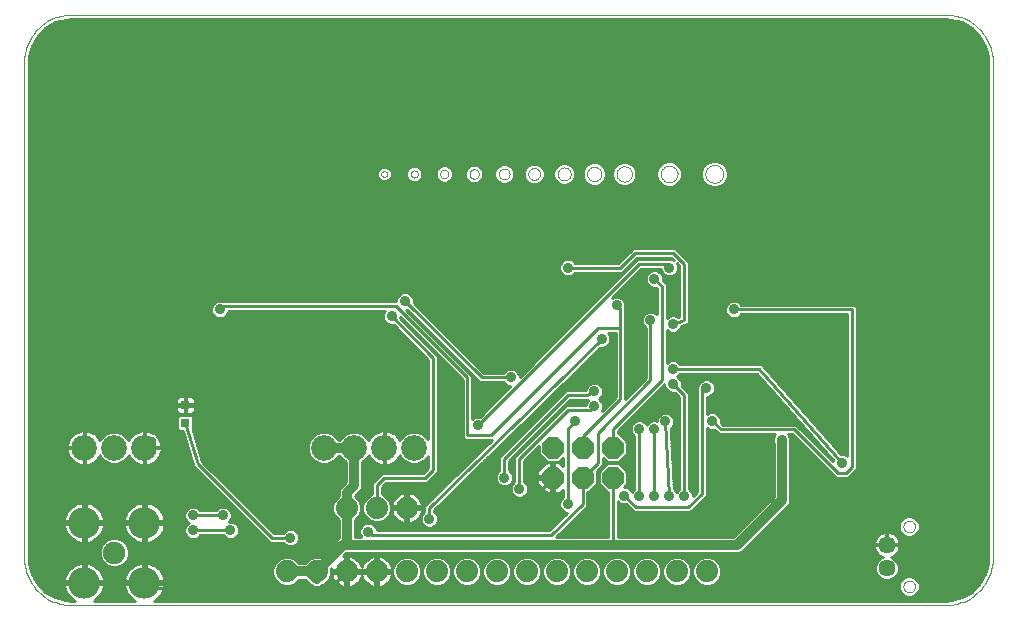
<source format=gbl>
G75*
G70*
%OFA0B0*%
%FSLAX24Y24*%
%IPPOS*%
%LPD*%
%AMOC8*
5,1,8,0,0,1.08239X$1,22.5*
%
%ADD10C,0.0000*%
%ADD11OC8,0.0740*%
%ADD12C,0.0570*%
%ADD13C,0.0860*%
%ADD14C,0.0740*%
%ADD15C,0.0750*%
%ADD16C,0.1050*%
%ADD17R,0.0315X0.0315*%
%ADD18C,0.0240*%
%ADD19C,0.0100*%
%ADD20C,0.0360*%
%ADD21C,0.0356*%
%ADD22C,0.0320*%
D10*
X001725Y000150D02*
X030859Y000150D01*
X029453Y000775D02*
X029455Y000802D01*
X029461Y000829D01*
X029470Y000855D01*
X029483Y000879D01*
X029499Y000902D01*
X029518Y000921D01*
X029540Y000938D01*
X029564Y000952D01*
X029589Y000962D01*
X029616Y000969D01*
X029643Y000972D01*
X029671Y000971D01*
X029698Y000966D01*
X029724Y000958D01*
X029748Y000946D01*
X029771Y000930D01*
X029792Y000912D01*
X029809Y000891D01*
X029824Y000867D01*
X029835Y000842D01*
X029843Y000816D01*
X029847Y000789D01*
X029847Y000761D01*
X029843Y000734D01*
X029835Y000708D01*
X029824Y000683D01*
X029809Y000659D01*
X029792Y000638D01*
X029771Y000620D01*
X029749Y000604D01*
X029724Y000592D01*
X029698Y000584D01*
X029671Y000579D01*
X029643Y000578D01*
X029616Y000581D01*
X029589Y000588D01*
X029564Y000598D01*
X029540Y000612D01*
X029518Y000629D01*
X029499Y000648D01*
X029483Y000671D01*
X029470Y000695D01*
X029461Y000721D01*
X029455Y000748D01*
X029453Y000775D01*
X030859Y000150D02*
X030936Y000152D01*
X031013Y000158D01*
X031090Y000167D01*
X031166Y000180D01*
X031242Y000197D01*
X031316Y000218D01*
X031390Y000242D01*
X031462Y000270D01*
X031532Y000301D01*
X031601Y000336D01*
X031669Y000374D01*
X031734Y000415D01*
X031797Y000460D01*
X031858Y000508D01*
X031917Y000558D01*
X031973Y000611D01*
X032026Y000667D01*
X032076Y000726D01*
X032124Y000787D01*
X032169Y000850D01*
X032210Y000915D01*
X032248Y000983D01*
X032283Y001052D01*
X032314Y001122D01*
X032342Y001194D01*
X032366Y001268D01*
X032387Y001342D01*
X032404Y001418D01*
X032417Y001494D01*
X032426Y001571D01*
X032432Y001648D01*
X032434Y001725D01*
X032433Y001725D02*
X032433Y018260D01*
X032434Y018260D02*
X032432Y018337D01*
X032426Y018414D01*
X032417Y018491D01*
X032404Y018567D01*
X032387Y018643D01*
X032366Y018717D01*
X032342Y018791D01*
X032314Y018863D01*
X032283Y018933D01*
X032248Y019002D01*
X032210Y019070D01*
X032169Y019135D01*
X032124Y019198D01*
X032076Y019259D01*
X032026Y019318D01*
X031973Y019374D01*
X031917Y019427D01*
X031858Y019477D01*
X031797Y019525D01*
X031734Y019570D01*
X031669Y019611D01*
X031601Y019649D01*
X031532Y019684D01*
X031462Y019715D01*
X031390Y019743D01*
X031316Y019767D01*
X031242Y019788D01*
X031166Y019805D01*
X031090Y019818D01*
X031013Y019827D01*
X030936Y019833D01*
X030859Y019835D01*
X001725Y019835D01*
X001648Y019833D01*
X001571Y019827D01*
X001494Y019818D01*
X001418Y019805D01*
X001342Y019788D01*
X001268Y019767D01*
X001194Y019743D01*
X001122Y019715D01*
X001052Y019684D01*
X000983Y019649D01*
X000915Y019611D01*
X000850Y019570D01*
X000787Y019525D01*
X000726Y019477D01*
X000667Y019427D01*
X000611Y019374D01*
X000558Y019318D01*
X000508Y019259D01*
X000460Y019198D01*
X000415Y019135D01*
X000374Y019070D01*
X000336Y019002D01*
X000301Y018933D01*
X000270Y018863D01*
X000242Y018791D01*
X000218Y018717D01*
X000197Y018643D01*
X000180Y018567D01*
X000167Y018491D01*
X000158Y018414D01*
X000152Y018337D01*
X000150Y018260D01*
X000150Y001725D01*
X000152Y001648D01*
X000158Y001571D01*
X000167Y001494D01*
X000180Y001418D01*
X000197Y001342D01*
X000218Y001268D01*
X000242Y001194D01*
X000270Y001122D01*
X000301Y001052D01*
X000336Y000983D01*
X000374Y000915D01*
X000415Y000850D01*
X000460Y000787D01*
X000508Y000726D01*
X000558Y000667D01*
X000611Y000611D01*
X000667Y000558D01*
X000726Y000508D01*
X000787Y000460D01*
X000850Y000415D01*
X000915Y000374D01*
X000983Y000336D01*
X001052Y000301D01*
X001122Y000270D01*
X001194Y000242D01*
X001268Y000218D01*
X001342Y000197D01*
X001418Y000180D01*
X001494Y000167D01*
X001571Y000158D01*
X001648Y000152D01*
X001725Y000150D01*
X012052Y014525D02*
X012054Y014544D01*
X012059Y014563D01*
X012069Y014579D01*
X012081Y014594D01*
X012096Y014606D01*
X012112Y014616D01*
X012131Y014621D01*
X012150Y014623D01*
X012169Y014621D01*
X012188Y014616D01*
X012204Y014606D01*
X012219Y014594D01*
X012231Y014579D01*
X012241Y014563D01*
X012246Y014544D01*
X012248Y014525D01*
X012246Y014506D01*
X012241Y014487D01*
X012231Y014471D01*
X012219Y014456D01*
X012204Y014444D01*
X012188Y014434D01*
X012169Y014429D01*
X012150Y014427D01*
X012131Y014429D01*
X012112Y014434D01*
X012096Y014444D01*
X012081Y014456D01*
X012069Y014471D01*
X012059Y014487D01*
X012054Y014506D01*
X012052Y014525D01*
X013032Y014525D02*
X013034Y014546D01*
X013040Y014566D01*
X013049Y014586D01*
X013061Y014603D01*
X013076Y014617D01*
X013094Y014629D01*
X013114Y014637D01*
X013134Y014642D01*
X013155Y014643D01*
X013176Y014640D01*
X013196Y014634D01*
X013215Y014623D01*
X013232Y014610D01*
X013245Y014594D01*
X013256Y014576D01*
X013264Y014556D01*
X013268Y014536D01*
X013268Y014514D01*
X013264Y014494D01*
X013256Y014474D01*
X013245Y014456D01*
X013232Y014440D01*
X013215Y014427D01*
X013196Y014416D01*
X013176Y014410D01*
X013155Y014407D01*
X013134Y014408D01*
X013114Y014413D01*
X013094Y014421D01*
X013076Y014433D01*
X013061Y014447D01*
X013049Y014464D01*
X013040Y014484D01*
X013034Y014504D01*
X013032Y014525D01*
X014012Y014525D02*
X014014Y014548D01*
X014020Y014571D01*
X014030Y014592D01*
X014043Y014612D01*
X014059Y014629D01*
X014078Y014643D01*
X014099Y014653D01*
X014121Y014660D01*
X014144Y014663D01*
X014168Y014662D01*
X014190Y014657D01*
X014212Y014648D01*
X014232Y014636D01*
X014250Y014620D01*
X014264Y014602D01*
X014276Y014582D01*
X014284Y014560D01*
X014288Y014537D01*
X014288Y014513D01*
X014284Y014490D01*
X014276Y014468D01*
X014264Y014448D01*
X014250Y014430D01*
X014232Y014414D01*
X014212Y014402D01*
X014190Y014393D01*
X014168Y014388D01*
X014144Y014387D01*
X014121Y014390D01*
X014099Y014397D01*
X014078Y014407D01*
X014059Y014421D01*
X014043Y014438D01*
X014030Y014458D01*
X014020Y014479D01*
X014014Y014502D01*
X014012Y014525D01*
X014993Y014525D02*
X014995Y014550D01*
X015001Y014574D01*
X015010Y014596D01*
X015023Y014617D01*
X015039Y014636D01*
X015058Y014652D01*
X015079Y014665D01*
X015101Y014674D01*
X015125Y014680D01*
X015150Y014682D01*
X015175Y014680D01*
X015199Y014674D01*
X015221Y014665D01*
X015242Y014652D01*
X015261Y014636D01*
X015277Y014617D01*
X015290Y014596D01*
X015299Y014574D01*
X015305Y014550D01*
X015307Y014525D01*
X015305Y014500D01*
X015299Y014476D01*
X015290Y014454D01*
X015277Y014433D01*
X015261Y014414D01*
X015242Y014398D01*
X015221Y014385D01*
X015199Y014376D01*
X015175Y014370D01*
X015150Y014368D01*
X015125Y014370D01*
X015101Y014376D01*
X015079Y014385D01*
X015058Y014398D01*
X015039Y014414D01*
X015023Y014433D01*
X015010Y014454D01*
X015001Y014476D01*
X014995Y014500D01*
X014993Y014525D01*
X015973Y014525D02*
X015975Y014551D01*
X015981Y014577D01*
X015991Y014602D01*
X016004Y014625D01*
X016020Y014645D01*
X016040Y014663D01*
X016062Y014678D01*
X016085Y014690D01*
X016111Y014698D01*
X016137Y014702D01*
X016163Y014702D01*
X016189Y014698D01*
X016215Y014690D01*
X016239Y014678D01*
X016260Y014663D01*
X016280Y014645D01*
X016296Y014625D01*
X016309Y014602D01*
X016319Y014577D01*
X016325Y014551D01*
X016327Y014525D01*
X016325Y014499D01*
X016319Y014473D01*
X016309Y014448D01*
X016296Y014425D01*
X016280Y014405D01*
X016260Y014387D01*
X016238Y014372D01*
X016215Y014360D01*
X016189Y014352D01*
X016163Y014348D01*
X016137Y014348D01*
X016111Y014352D01*
X016085Y014360D01*
X016061Y014372D01*
X016040Y014387D01*
X016020Y014405D01*
X016004Y014425D01*
X015991Y014448D01*
X015981Y014473D01*
X015975Y014499D01*
X015973Y014525D01*
X016953Y014525D02*
X016955Y014552D01*
X016961Y014579D01*
X016970Y014605D01*
X016983Y014629D01*
X016999Y014652D01*
X017018Y014671D01*
X017040Y014688D01*
X017064Y014702D01*
X017089Y014712D01*
X017116Y014719D01*
X017143Y014722D01*
X017171Y014721D01*
X017198Y014716D01*
X017224Y014708D01*
X017248Y014696D01*
X017271Y014680D01*
X017292Y014662D01*
X017309Y014641D01*
X017324Y014617D01*
X017335Y014592D01*
X017343Y014566D01*
X017347Y014539D01*
X017347Y014511D01*
X017343Y014484D01*
X017335Y014458D01*
X017324Y014433D01*
X017309Y014409D01*
X017292Y014388D01*
X017271Y014370D01*
X017249Y014354D01*
X017224Y014342D01*
X017198Y014334D01*
X017171Y014329D01*
X017143Y014328D01*
X017116Y014331D01*
X017089Y014338D01*
X017064Y014348D01*
X017040Y014362D01*
X017018Y014379D01*
X016999Y014398D01*
X016983Y014421D01*
X016970Y014445D01*
X016961Y014471D01*
X016955Y014498D01*
X016953Y014525D01*
X017933Y014525D02*
X017935Y014554D01*
X017941Y014582D01*
X017950Y014610D01*
X017963Y014636D01*
X017980Y014659D01*
X017999Y014681D01*
X018021Y014700D01*
X018046Y014715D01*
X018072Y014728D01*
X018100Y014736D01*
X018128Y014741D01*
X018157Y014742D01*
X018186Y014739D01*
X018214Y014732D01*
X018241Y014722D01*
X018267Y014708D01*
X018290Y014691D01*
X018311Y014671D01*
X018329Y014648D01*
X018344Y014623D01*
X018355Y014596D01*
X018363Y014568D01*
X018367Y014539D01*
X018367Y014511D01*
X018363Y014482D01*
X018355Y014454D01*
X018344Y014427D01*
X018329Y014402D01*
X018311Y014379D01*
X018290Y014359D01*
X018267Y014342D01*
X018241Y014328D01*
X018214Y014318D01*
X018186Y014311D01*
X018157Y014308D01*
X018128Y014309D01*
X018100Y014314D01*
X018072Y014322D01*
X018046Y014335D01*
X018021Y014350D01*
X017999Y014369D01*
X017980Y014391D01*
X017963Y014414D01*
X017950Y014440D01*
X017941Y014468D01*
X017935Y014496D01*
X017933Y014525D01*
X018914Y014525D02*
X018916Y014555D01*
X018922Y014585D01*
X018931Y014614D01*
X018944Y014641D01*
X018961Y014666D01*
X018980Y014689D01*
X019003Y014710D01*
X019028Y014727D01*
X019054Y014741D01*
X019083Y014751D01*
X019112Y014758D01*
X019142Y014761D01*
X019173Y014760D01*
X019203Y014755D01*
X019232Y014746D01*
X019259Y014734D01*
X019285Y014719D01*
X019309Y014700D01*
X019330Y014678D01*
X019348Y014654D01*
X019363Y014627D01*
X019374Y014599D01*
X019382Y014570D01*
X019386Y014540D01*
X019386Y014510D01*
X019382Y014480D01*
X019374Y014451D01*
X019363Y014423D01*
X019348Y014396D01*
X019330Y014372D01*
X019309Y014350D01*
X019285Y014331D01*
X019259Y014316D01*
X019232Y014304D01*
X019203Y014295D01*
X019173Y014290D01*
X019142Y014289D01*
X019112Y014292D01*
X019083Y014299D01*
X019054Y014309D01*
X019028Y014323D01*
X019003Y014340D01*
X018980Y014361D01*
X018961Y014384D01*
X018944Y014409D01*
X018931Y014436D01*
X018922Y014465D01*
X018916Y014495D01*
X018914Y014525D01*
X019894Y014525D02*
X019896Y014556D01*
X019902Y014587D01*
X019911Y014617D01*
X019924Y014646D01*
X019941Y014673D01*
X019961Y014697D01*
X019983Y014719D01*
X020009Y014738D01*
X020036Y014754D01*
X020065Y014766D01*
X020095Y014775D01*
X020126Y014780D01*
X020158Y014781D01*
X020189Y014778D01*
X020220Y014771D01*
X020250Y014761D01*
X020278Y014747D01*
X020304Y014729D01*
X020328Y014709D01*
X020349Y014685D01*
X020368Y014660D01*
X020383Y014632D01*
X020394Y014603D01*
X020402Y014572D01*
X020406Y014541D01*
X020406Y014509D01*
X020402Y014478D01*
X020394Y014447D01*
X020383Y014418D01*
X020368Y014390D01*
X020349Y014365D01*
X020328Y014341D01*
X020304Y014321D01*
X020278Y014303D01*
X020250Y014289D01*
X020220Y014279D01*
X020189Y014272D01*
X020158Y014269D01*
X020126Y014270D01*
X020095Y014275D01*
X020065Y014284D01*
X020036Y014296D01*
X020009Y014312D01*
X019983Y014331D01*
X019961Y014353D01*
X019941Y014377D01*
X019924Y014404D01*
X019911Y014433D01*
X019902Y014463D01*
X019896Y014494D01*
X019894Y014525D01*
X021374Y014525D02*
X021376Y014558D01*
X021382Y014590D01*
X021391Y014621D01*
X021404Y014651D01*
X021421Y014679D01*
X021441Y014705D01*
X021464Y014729D01*
X021489Y014749D01*
X021517Y014767D01*
X021546Y014781D01*
X021577Y014791D01*
X021609Y014798D01*
X021642Y014801D01*
X021675Y014800D01*
X021707Y014795D01*
X021738Y014786D01*
X021769Y014774D01*
X021797Y014758D01*
X021824Y014739D01*
X021848Y014717D01*
X021869Y014692D01*
X021888Y014665D01*
X021903Y014636D01*
X021914Y014606D01*
X021922Y014574D01*
X021926Y014541D01*
X021926Y014509D01*
X021922Y014476D01*
X021914Y014444D01*
X021903Y014414D01*
X021888Y014385D01*
X021869Y014358D01*
X021848Y014333D01*
X021824Y014311D01*
X021797Y014292D01*
X021769Y014276D01*
X021738Y014264D01*
X021707Y014255D01*
X021675Y014250D01*
X021642Y014249D01*
X021609Y014252D01*
X021577Y014259D01*
X021546Y014269D01*
X021517Y014283D01*
X021489Y014301D01*
X021464Y014321D01*
X021441Y014345D01*
X021421Y014371D01*
X021404Y014399D01*
X021391Y014429D01*
X021382Y014460D01*
X021376Y014492D01*
X021374Y014525D01*
X022855Y014525D02*
X022857Y014559D01*
X022863Y014593D01*
X022873Y014626D01*
X022886Y014657D01*
X022904Y014687D01*
X022924Y014715D01*
X022948Y014740D01*
X022974Y014762D01*
X023002Y014780D01*
X023033Y014796D01*
X023065Y014808D01*
X023099Y014816D01*
X023133Y014820D01*
X023167Y014820D01*
X023201Y014816D01*
X023235Y014808D01*
X023267Y014796D01*
X023297Y014780D01*
X023326Y014762D01*
X023352Y014740D01*
X023376Y014715D01*
X023396Y014687D01*
X023414Y014657D01*
X023427Y014626D01*
X023437Y014593D01*
X023443Y014559D01*
X023445Y014525D01*
X023443Y014491D01*
X023437Y014457D01*
X023427Y014424D01*
X023414Y014393D01*
X023396Y014363D01*
X023376Y014335D01*
X023352Y014310D01*
X023326Y014288D01*
X023298Y014270D01*
X023267Y014254D01*
X023235Y014242D01*
X023201Y014234D01*
X023167Y014230D01*
X023133Y014230D01*
X023099Y014234D01*
X023065Y014242D01*
X023033Y014254D01*
X023002Y014270D01*
X022974Y014288D01*
X022948Y014310D01*
X022924Y014335D01*
X022904Y014363D01*
X022886Y014393D01*
X022873Y014424D01*
X022863Y014457D01*
X022857Y014491D01*
X022855Y014525D01*
X029453Y002775D02*
X029455Y002802D01*
X029461Y002829D01*
X029470Y002855D01*
X029483Y002879D01*
X029499Y002902D01*
X029518Y002921D01*
X029540Y002938D01*
X029564Y002952D01*
X029589Y002962D01*
X029616Y002969D01*
X029643Y002972D01*
X029671Y002971D01*
X029698Y002966D01*
X029724Y002958D01*
X029748Y002946D01*
X029771Y002930D01*
X029792Y002912D01*
X029809Y002891D01*
X029824Y002867D01*
X029835Y002842D01*
X029843Y002816D01*
X029847Y002789D01*
X029847Y002761D01*
X029843Y002734D01*
X029835Y002708D01*
X029824Y002683D01*
X029809Y002659D01*
X029792Y002638D01*
X029771Y002620D01*
X029749Y002604D01*
X029724Y002592D01*
X029698Y002584D01*
X029671Y002579D01*
X029643Y002578D01*
X029616Y002581D01*
X029589Y002588D01*
X029564Y002598D01*
X029540Y002612D01*
X029518Y002629D01*
X029499Y002648D01*
X029483Y002671D01*
X029470Y002695D01*
X029461Y002721D01*
X029455Y002748D01*
X029453Y002775D01*
D11*
X019775Y004400D03*
X018775Y004400D03*
X017775Y004400D03*
X017775Y005400D03*
X018775Y005400D03*
X019775Y005400D03*
D12*
X028900Y002169D03*
X028900Y001381D03*
D13*
X013150Y005400D03*
X012150Y005400D03*
X011150Y005400D03*
X010150Y005400D03*
X004150Y005400D03*
X003150Y005400D03*
X002150Y005400D03*
D14*
X008900Y001275D03*
X009900Y001275D03*
X010900Y001275D03*
X011900Y001275D03*
X012900Y001275D03*
X013900Y001275D03*
X014900Y001275D03*
X015900Y001275D03*
X016900Y001275D03*
X017900Y001275D03*
X018900Y001275D03*
X019900Y001275D03*
X020900Y001275D03*
X021900Y001275D03*
X022900Y001275D03*
X012900Y003400D03*
X011900Y003400D03*
X010900Y003400D03*
D15*
X003150Y001900D03*
D16*
X002146Y000896D03*
X004154Y000896D03*
X004154Y002904D03*
X002146Y002904D03*
D17*
X005525Y006230D03*
X005525Y006820D03*
D18*
X004400Y005650D02*
X004150Y005400D01*
D19*
X000594Y000857D02*
X000857Y000594D01*
X001180Y000408D01*
X001539Y000312D01*
X001725Y000300D01*
X001829Y000300D01*
X001770Y000334D01*
X001700Y000388D01*
X001638Y000450D01*
X001584Y000520D01*
X001539Y000597D01*
X001506Y000679D01*
X001483Y000764D01*
X001472Y000846D01*
X002096Y000846D01*
X002096Y000946D01*
X001472Y000946D01*
X001483Y001028D01*
X001506Y001114D01*
X001539Y001195D01*
X001584Y001272D01*
X001638Y001342D01*
X001700Y001405D01*
X001770Y001459D01*
X001847Y001503D01*
X001929Y001537D01*
X002014Y001560D01*
X002096Y001570D01*
X002096Y000946D01*
X002196Y000946D01*
X002820Y000946D01*
X002810Y001028D01*
X002787Y001114D01*
X002753Y001195D01*
X002709Y001272D01*
X002655Y001342D01*
X002592Y001405D01*
X002522Y001459D01*
X002445Y001503D01*
X002364Y001537D01*
X002278Y001560D01*
X002196Y001570D01*
X002196Y000946D01*
X002196Y000846D01*
X002820Y000846D01*
X002810Y000764D01*
X002787Y000679D01*
X002753Y000597D01*
X002709Y000520D01*
X002655Y000450D01*
X002592Y000388D01*
X002522Y000334D01*
X002464Y000300D01*
X003836Y000300D01*
X003778Y000334D01*
X003708Y000388D01*
X003645Y000450D01*
X003591Y000520D01*
X003547Y000597D01*
X003513Y000679D01*
X003490Y000764D01*
X003480Y000846D01*
X004104Y000846D01*
X004104Y000946D01*
X003480Y000946D01*
X003490Y001028D01*
X003513Y001114D01*
X003547Y001195D01*
X003591Y001272D01*
X003645Y001342D01*
X003708Y001405D01*
X003778Y001459D01*
X003855Y001503D01*
X003936Y001537D01*
X004022Y001560D01*
X004104Y001570D01*
X004104Y000946D01*
X004204Y000946D01*
X004828Y000946D01*
X004817Y001028D01*
X004794Y001114D01*
X004761Y001195D01*
X004716Y001272D01*
X004662Y001342D01*
X004600Y001405D01*
X004530Y001459D01*
X004453Y001503D01*
X004371Y001537D01*
X004286Y001560D01*
X004204Y001570D01*
X004204Y000946D01*
X004204Y000846D01*
X004828Y000846D01*
X004817Y000764D01*
X004794Y000679D01*
X004761Y000597D01*
X004716Y000520D01*
X004662Y000450D01*
X004600Y000388D01*
X004530Y000334D01*
X004471Y000300D01*
X030859Y000300D01*
X031045Y000312D01*
X031404Y000408D01*
X031726Y000594D01*
X031989Y000857D01*
X032175Y001180D01*
X032175Y001180D01*
X032271Y001539D01*
X032283Y001725D01*
X032283Y018260D01*
X032271Y018446D01*
X032175Y018805D01*
X031989Y019128D01*
X031726Y019391D01*
X031404Y019577D01*
X031045Y019673D01*
X030859Y019685D01*
X001725Y019685D01*
X001539Y019673D01*
X001180Y019577D01*
X000857Y019391D01*
X000594Y019128D01*
X000408Y018805D01*
X000312Y018446D01*
X000300Y018260D01*
X000300Y001725D01*
X000312Y001539D01*
X000408Y001180D01*
X000594Y000857D01*
X000612Y000840D02*
X001473Y000840D01*
X001489Y000741D02*
X000711Y000741D01*
X000809Y000643D02*
X001521Y000643D01*
X001570Y000544D02*
X000945Y000544D01*
X001115Y000446D02*
X001642Y000446D01*
X001753Y000347D02*
X001409Y000347D01*
X002096Y000938D02*
X000548Y000938D01*
X000491Y001037D02*
X001485Y001037D01*
X001514Y001135D02*
X000434Y001135D01*
X000394Y001234D02*
X001561Y001234D01*
X001630Y001332D02*
X000368Y001332D01*
X000341Y001431D02*
X001734Y001431D01*
X001910Y001529D02*
X000315Y001529D01*
X000306Y001628D02*
X002738Y001628D01*
X002739Y001625D02*
X002875Y001489D01*
X003054Y001415D01*
X003246Y001415D01*
X003425Y001489D01*
X003561Y001625D01*
X003635Y001804D01*
X003635Y001996D01*
X003561Y002175D01*
X003425Y002311D01*
X003246Y002385D01*
X003054Y002385D01*
X002875Y002311D01*
X002739Y002175D01*
X002665Y001996D01*
X002665Y001804D01*
X002739Y001625D01*
X002697Y001726D02*
X000300Y001726D01*
X000300Y001825D02*
X002665Y001825D01*
X002665Y001923D02*
X000300Y001923D01*
X000300Y002022D02*
X002675Y002022D01*
X002716Y002120D02*
X000300Y002120D01*
X000300Y002219D02*
X002783Y002219D01*
X002889Y002317D02*
X002480Y002317D01*
X002445Y002297D02*
X002522Y002341D01*
X002592Y002395D01*
X002655Y002458D01*
X002709Y002528D01*
X002753Y002605D01*
X002787Y002686D01*
X002810Y002772D01*
X002820Y002854D01*
X002196Y002854D01*
X002196Y002230D01*
X002278Y002240D01*
X002364Y002263D01*
X002445Y002297D01*
X002612Y002416D02*
X003688Y002416D01*
X003708Y002395D02*
X003778Y002341D01*
X003855Y002297D01*
X003936Y002263D01*
X004022Y002240D01*
X004104Y002230D01*
X004104Y002854D01*
X004204Y002854D01*
X004204Y002954D01*
X004828Y002954D01*
X004817Y003036D01*
X004794Y003121D01*
X004761Y003203D01*
X004716Y003280D01*
X004662Y003350D01*
X004600Y003412D01*
X004530Y003466D01*
X004453Y003511D01*
X004371Y003544D01*
X004286Y003567D01*
X004204Y003578D01*
X004204Y002954D01*
X004104Y002954D01*
X004104Y003578D01*
X004022Y003567D01*
X003936Y003544D01*
X003855Y003511D01*
X003778Y003466D01*
X003708Y003412D01*
X003645Y003350D01*
X003591Y003280D01*
X003547Y003203D01*
X003513Y003121D01*
X003490Y003036D01*
X003480Y002954D01*
X004104Y002954D01*
X004104Y002854D01*
X003480Y002854D01*
X003490Y002772D01*
X003513Y002686D01*
X003547Y002605D01*
X003591Y002528D01*
X003645Y002458D01*
X003708Y002395D01*
X003820Y002317D02*
X003411Y002317D01*
X003517Y002219D02*
X008799Y002219D01*
X008781Y002237D02*
X008862Y002156D01*
X008968Y002112D01*
X009082Y002112D01*
X009188Y002156D01*
X009269Y002237D01*
X009313Y002343D01*
X009313Y002457D01*
X009269Y002563D01*
X009188Y002644D01*
X009082Y002688D01*
X008968Y002688D01*
X008862Y002644D01*
X008781Y002563D01*
X008779Y002560D01*
X008466Y002560D01*
X006087Y004940D01*
X005763Y005997D01*
X005792Y006027D01*
X005792Y006433D01*
X005728Y006497D01*
X005322Y006497D01*
X005258Y006433D01*
X005258Y006027D01*
X005322Y005962D01*
X005439Y005962D01*
X005785Y004831D01*
X005785Y004788D01*
X005804Y004770D01*
X005812Y004745D01*
X005849Y004725D01*
X008240Y002334D01*
X008334Y002240D01*
X008779Y002240D01*
X008781Y002237D01*
X008948Y002120D02*
X003584Y002120D01*
X003625Y002022D02*
X010265Y002022D01*
X010363Y002120D02*
X009102Y002120D01*
X009251Y002219D02*
X010462Y002219D01*
X010546Y002303D02*
X009997Y001754D01*
X009995Y001755D01*
X009805Y001755D01*
X009628Y001682D01*
X009493Y001547D01*
X009492Y001545D01*
X009308Y001545D01*
X009307Y001547D01*
X009172Y001682D01*
X008995Y001755D01*
X008805Y001755D01*
X008628Y001682D01*
X008493Y001547D01*
X008420Y001370D01*
X008420Y001180D01*
X008493Y001003D01*
X008628Y000868D01*
X008805Y000795D01*
X008995Y000795D01*
X009172Y000868D01*
X009307Y001003D01*
X009308Y001005D01*
X009492Y001005D01*
X009493Y001003D01*
X009628Y000868D01*
X009708Y000835D01*
X009747Y000796D01*
X009846Y000755D01*
X009954Y000755D01*
X010053Y000796D01*
X010092Y000835D01*
X010172Y000868D01*
X010307Y001003D01*
X010380Y001180D01*
X010380Y001370D01*
X010379Y001372D01*
X010391Y001384D01*
X010381Y001325D01*
X010850Y001325D01*
X010850Y001794D01*
X010791Y001784D01*
X010887Y001880D01*
X023954Y001880D01*
X024053Y001921D01*
X024129Y001997D01*
X025629Y003497D01*
X025670Y003596D01*
X025670Y005549D01*
X025688Y005593D01*
X025688Y005707D01*
X025644Y005813D01*
X025609Y005848D01*
X025753Y005848D01*
X027108Y004493D01*
X027202Y004399D01*
X027618Y004399D01*
X027807Y004588D01*
X027901Y004682D01*
X027901Y010075D01*
X027807Y010168D01*
X024051Y010168D01*
X024049Y010173D01*
X023968Y010254D01*
X023861Y010298D01*
X023746Y010298D01*
X023639Y010254D01*
X023558Y010173D01*
X023514Y010066D01*
X023514Y009951D01*
X023558Y009844D01*
X023639Y009762D01*
X023746Y009718D01*
X023861Y009718D01*
X023968Y009762D01*
X024049Y009844D01*
X024051Y009848D01*
X027581Y009848D01*
X027581Y005127D01*
X027563Y005144D01*
X027457Y005188D01*
X027360Y005188D01*
X024810Y008085D01*
X024810Y008091D01*
X024767Y008135D01*
X024726Y008180D01*
X024720Y008181D01*
X024716Y008185D01*
X024655Y008185D01*
X024594Y008189D01*
X024590Y008185D01*
X022021Y008185D01*
X022019Y008188D01*
X021938Y008269D01*
X021832Y008313D01*
X021718Y008313D01*
X021612Y008269D01*
X021560Y008217D01*
X021560Y009333D01*
X021612Y009281D01*
X021718Y009237D01*
X021832Y009237D01*
X021938Y009281D01*
X022019Y009362D01*
X022056Y009450D01*
X022176Y009490D01*
X022216Y009490D01*
X022236Y009510D01*
X022263Y009519D01*
X022281Y009555D01*
X022310Y009584D01*
X022310Y009612D01*
X022323Y009638D01*
X022310Y009676D01*
X022310Y011591D01*
X022216Y011685D01*
X021841Y012060D01*
X020459Y012060D01*
X020365Y011966D01*
X019959Y011560D01*
X018521Y011560D01*
X018519Y011563D01*
X018438Y011644D01*
X018332Y011688D01*
X018218Y011688D01*
X018112Y011644D01*
X018031Y011563D01*
X017987Y011457D01*
X017987Y011343D01*
X018031Y011237D01*
X018112Y011156D01*
X018218Y011112D01*
X018332Y011112D01*
X018438Y011156D01*
X018519Y011237D01*
X018521Y011240D01*
X020091Y011240D01*
X020591Y011740D01*
X021709Y011740D01*
X021798Y011650D01*
X021707Y011688D01*
X021593Y011688D01*
X021585Y011685D01*
X020584Y011685D01*
X020490Y011591D01*
X016660Y007762D01*
X016660Y007798D01*
X016616Y007905D01*
X016535Y007986D01*
X016428Y008031D01*
X016313Y008031D01*
X016206Y007986D01*
X016125Y007905D01*
X016123Y007901D01*
X015460Y007901D01*
X013131Y010230D01*
X013133Y010234D01*
X013133Y010349D01*
X013089Y010456D01*
X013007Y010538D01*
X012901Y010582D01*
X012785Y010582D01*
X012679Y010538D01*
X012597Y010456D01*
X012553Y010349D01*
X012553Y010294D01*
X006737Y010294D01*
X006727Y010298D01*
X006612Y010298D01*
X006505Y010254D01*
X006424Y010173D01*
X006380Y010066D01*
X006380Y009951D01*
X006424Y009844D01*
X006505Y009762D01*
X006612Y009718D01*
X006727Y009718D01*
X006834Y009762D01*
X006916Y009844D01*
X006960Y009951D01*
X006960Y009974D01*
X012192Y009974D01*
X012156Y009938D01*
X012112Y009832D01*
X012112Y009718D01*
X012156Y009612D01*
X012237Y009531D01*
X012343Y009487D01*
X012457Y009487D01*
X012461Y009488D01*
X013615Y008334D01*
X013615Y005688D01*
X013608Y005706D01*
X013456Y005858D01*
X013257Y005940D01*
X013043Y005940D01*
X012844Y005858D01*
X012692Y005706D01*
X012671Y005655D01*
X012646Y005704D01*
X012592Y005778D01*
X012528Y005842D01*
X012454Y005896D01*
X012373Y005938D01*
X012286Y005966D01*
X012196Y005980D01*
X012169Y005980D01*
X012169Y005419D01*
X012131Y005419D01*
X012131Y005980D01*
X012104Y005980D01*
X012014Y005966D01*
X011927Y005938D01*
X011846Y005896D01*
X011772Y005842D01*
X011708Y005778D01*
X011654Y005704D01*
X011629Y005655D01*
X011608Y005706D01*
X011456Y005858D01*
X011257Y005940D01*
X011043Y005940D01*
X010844Y005858D01*
X010692Y005706D01*
X010677Y005670D01*
X010623Y005670D01*
X010608Y005706D01*
X010456Y005858D01*
X010257Y005940D01*
X010043Y005940D01*
X009844Y005858D01*
X009692Y005706D01*
X009610Y005507D01*
X009610Y005293D01*
X009692Y005094D01*
X009844Y004942D01*
X010043Y004860D01*
X010257Y004860D01*
X010456Y004942D01*
X010608Y005094D01*
X010623Y005130D01*
X010677Y005130D01*
X010692Y005094D01*
X010844Y004942D01*
X010880Y004927D01*
X010880Y004262D01*
X010747Y004129D01*
X010671Y004053D01*
X010630Y003954D01*
X010630Y003808D01*
X010628Y003807D01*
X010493Y003672D01*
X010420Y003495D01*
X010420Y003305D01*
X010493Y003128D01*
X010628Y002993D01*
X010630Y002992D01*
X010630Y002382D01*
X010622Y002379D01*
X010546Y002303D01*
X010546Y002303D01*
X010560Y002317D02*
X009302Y002317D01*
X009313Y002416D02*
X010630Y002416D01*
X010630Y002514D02*
X009290Y002514D01*
X009220Y002613D02*
X010630Y002613D01*
X010630Y002711D02*
X008315Y002711D01*
X008217Y002810D02*
X010630Y002810D01*
X010630Y002908D02*
X008118Y002908D01*
X008020Y003007D02*
X010615Y003007D01*
X010516Y003105D02*
X007921Y003105D01*
X007823Y003204D02*
X010462Y003204D01*
X010421Y003302D02*
X007724Y003302D01*
X007626Y003401D02*
X010420Y003401D01*
X010421Y003499D02*
X007527Y003499D01*
X007429Y003598D02*
X010462Y003598D01*
X010517Y003696D02*
X007330Y003696D01*
X007232Y003795D02*
X010616Y003795D01*
X010630Y003893D02*
X007133Y003893D01*
X007035Y003992D02*
X010646Y003992D01*
X010708Y004090D02*
X006936Y004090D01*
X006838Y004189D02*
X010807Y004189D01*
X010880Y004287D02*
X006739Y004287D01*
X006641Y004386D02*
X010880Y004386D01*
X010880Y004484D02*
X006542Y004484D01*
X006444Y004583D02*
X010880Y004583D01*
X010880Y004681D02*
X006345Y004681D01*
X006247Y004780D02*
X010880Y004780D01*
X010880Y004878D02*
X010301Y004878D01*
X010490Y004977D02*
X010810Y004977D01*
X010711Y005075D02*
X010589Y005075D01*
X009999Y004878D02*
X006148Y004878D01*
X006075Y004977D02*
X009810Y004977D01*
X009711Y005075D02*
X006045Y005075D01*
X006015Y005174D02*
X009659Y005174D01*
X009619Y005272D02*
X005985Y005272D01*
X005955Y005371D02*
X009610Y005371D01*
X009610Y005469D02*
X005925Y005469D01*
X005895Y005568D02*
X009635Y005568D01*
X009676Y005666D02*
X005865Y005666D01*
X005835Y005765D02*
X009751Y005765D01*
X009857Y005863D02*
X005804Y005863D01*
X005774Y005962D02*
X012001Y005962D01*
X012131Y005962D02*
X012169Y005962D01*
X012169Y005863D02*
X012131Y005863D01*
X012131Y005765D02*
X012169Y005765D01*
X012169Y005666D02*
X012131Y005666D01*
X012131Y005568D02*
X012169Y005568D01*
X012169Y005469D02*
X012131Y005469D01*
X012131Y005381D02*
X012169Y005381D01*
X012169Y004820D01*
X012196Y004820D01*
X012286Y004834D01*
X012373Y004862D01*
X012454Y004904D01*
X012528Y004958D01*
X012592Y005022D01*
X012646Y005096D01*
X012671Y005145D01*
X012692Y005094D01*
X012844Y004942D01*
X013043Y004860D01*
X013257Y004860D01*
X013456Y004942D01*
X013608Y005094D01*
X013615Y005112D01*
X013615Y004716D01*
X013459Y004560D01*
X012084Y004560D01*
X011990Y004466D01*
X011740Y004216D01*
X011740Y003853D01*
X011628Y003807D01*
X011493Y003672D01*
X011420Y003495D01*
X011420Y003305D01*
X011493Y003128D01*
X011628Y002993D01*
X011805Y002920D01*
X011995Y002920D01*
X012172Y002993D01*
X012307Y003128D01*
X012380Y003305D01*
X012380Y003495D01*
X012307Y003672D01*
X012172Y003807D01*
X012060Y003853D01*
X012060Y004084D01*
X012216Y004240D01*
X013591Y004240D01*
X013841Y004490D01*
X013935Y004584D01*
X013935Y008466D01*
X012687Y009714D01*
X012688Y009718D01*
X012688Y009748D01*
X014762Y007674D01*
X014762Y005753D01*
X014855Y005659D01*
X015731Y005659D01*
X013585Y003560D01*
X013584Y003560D01*
X013537Y003514D01*
X013491Y003468D01*
X013491Y003467D01*
X013490Y003466D01*
X013490Y003401D01*
X013489Y003335D01*
X013490Y003335D01*
X013490Y003271D01*
X013487Y003269D01*
X013406Y003188D01*
X013362Y003082D01*
X013362Y002968D01*
X013406Y002862D01*
X013487Y002781D01*
X013593Y002737D01*
X013707Y002737D01*
X013813Y002781D01*
X013894Y002862D01*
X013938Y002968D01*
X013938Y003082D01*
X013894Y003188D01*
X013813Y003269D01*
X013810Y003271D01*
X013810Y003333D01*
X019337Y008739D01*
X019343Y008737D01*
X019457Y008737D01*
X019563Y008781D01*
X019644Y008862D01*
X019688Y008968D01*
X019688Y009082D01*
X019644Y009188D01*
X019614Y009218D01*
X019865Y009218D01*
X019865Y007091D01*
X019400Y006627D01*
X019438Y006718D01*
X019438Y006832D01*
X019394Y006938D01*
X019313Y007019D01*
X019299Y007025D01*
X019313Y007031D01*
X019394Y007112D01*
X019438Y007218D01*
X019438Y007332D01*
X019394Y007438D01*
X019313Y007519D01*
X019207Y007563D01*
X019093Y007563D01*
X018987Y007519D01*
X018906Y007438D01*
X018862Y007332D01*
X018862Y007310D01*
X018209Y007310D01*
X018115Y007216D01*
X015990Y005091D01*
X015990Y004646D01*
X015987Y004644D01*
X015906Y004563D01*
X015862Y004457D01*
X015862Y004343D01*
X015906Y004237D01*
X015987Y004156D01*
X016093Y004112D01*
X016207Y004112D01*
X016313Y004156D01*
X016394Y004237D01*
X016438Y004343D01*
X016438Y004457D01*
X016394Y004563D01*
X016313Y004644D01*
X016310Y004646D01*
X016310Y004959D01*
X018341Y006990D01*
X018874Y006990D01*
X018912Y006977D01*
X018938Y006990D01*
X018958Y006990D01*
X018906Y006938D01*
X018862Y006832D01*
X018862Y006810D01*
X018209Y006810D01*
X018115Y006716D01*
X016490Y005091D01*
X016490Y004271D01*
X016487Y004269D01*
X016406Y004188D01*
X016362Y004082D01*
X016362Y003968D01*
X016406Y003862D01*
X016487Y003781D01*
X016593Y003737D01*
X016707Y003737D01*
X016813Y003781D01*
X016894Y003862D01*
X016938Y003968D01*
X016938Y004082D01*
X016894Y004188D01*
X016813Y004269D01*
X016810Y004271D01*
X016810Y004959D01*
X017295Y005444D01*
X017295Y005201D01*
X017576Y004920D01*
X017974Y004920D01*
X018115Y005061D01*
X018115Y004795D01*
X017990Y004920D01*
X017825Y004920D01*
X017825Y004450D01*
X017725Y004450D01*
X017725Y004920D01*
X017560Y004920D01*
X017255Y004615D01*
X017255Y004450D01*
X017725Y004450D01*
X017725Y004350D01*
X017825Y004350D01*
X017825Y003880D01*
X017990Y003880D01*
X018115Y004005D01*
X018115Y003771D01*
X018112Y003769D01*
X018031Y003688D01*
X017987Y003582D01*
X017987Y003468D01*
X018031Y003362D01*
X018112Y003281D01*
X018218Y003237D01*
X018255Y003237D01*
X017659Y002641D01*
X011905Y002641D01*
X011905Y002664D01*
X011860Y002771D01*
X011779Y002853D01*
X011672Y002897D01*
X011557Y002897D01*
X011450Y002853D01*
X011369Y002771D01*
X011325Y002664D01*
X011325Y002549D01*
X011369Y002442D01*
X011391Y002420D01*
X011170Y002420D01*
X011170Y002992D01*
X011172Y002993D01*
X011307Y003128D01*
X011380Y003305D01*
X011380Y003495D01*
X011307Y003672D01*
X011180Y003798D01*
X011379Y003997D01*
X011420Y004096D01*
X011420Y004927D01*
X011456Y004942D01*
X011608Y005094D01*
X011629Y005145D01*
X011654Y005096D01*
X011708Y005022D01*
X011772Y004958D01*
X011846Y004904D01*
X011927Y004862D01*
X012014Y004834D01*
X012104Y004820D01*
X012131Y004820D01*
X012131Y005381D01*
X012131Y005371D02*
X012169Y005371D01*
X012169Y005272D02*
X012131Y005272D01*
X012131Y005174D02*
X012169Y005174D01*
X012169Y005075D02*
X012131Y005075D01*
X012131Y004977D02*
X012169Y004977D01*
X012169Y004878D02*
X012131Y004878D01*
X011897Y004878D02*
X011420Y004878D01*
X011420Y004780D02*
X013615Y004780D01*
X013615Y004878D02*
X013301Y004878D01*
X013490Y004977D02*
X013615Y004977D01*
X013615Y005075D02*
X013589Y005075D01*
X013935Y005075D02*
X015133Y005075D01*
X015033Y004977D02*
X013935Y004977D01*
X013935Y004878D02*
X014932Y004878D01*
X014831Y004780D02*
X013935Y004780D01*
X013935Y004681D02*
X014731Y004681D01*
X014630Y004583D02*
X013934Y004583D01*
X013835Y004484D02*
X014529Y004484D01*
X014429Y004386D02*
X013737Y004386D01*
X013638Y004287D02*
X014328Y004287D01*
X014227Y004189D02*
X012165Y004189D01*
X012066Y004090D02*
X014127Y004090D01*
X014026Y003992D02*
X012060Y003992D01*
X012060Y003893D02*
X012735Y003893D01*
X012700Y003882D02*
X012627Y003845D01*
X012561Y003797D01*
X012503Y003739D01*
X012455Y003673D01*
X012418Y003600D01*
X012393Y003522D01*
X012381Y003450D01*
X012850Y003450D01*
X012850Y003919D01*
X012778Y003907D01*
X012700Y003882D01*
X012850Y003893D02*
X012950Y003893D01*
X012950Y003919D02*
X012950Y003450D01*
X012850Y003450D01*
X012850Y003350D01*
X012381Y003350D01*
X012393Y003278D01*
X012418Y003200D01*
X012455Y003127D01*
X012503Y003061D01*
X012561Y003003D01*
X012627Y002955D01*
X012700Y002918D01*
X012778Y002893D01*
X012850Y002881D01*
X012850Y003350D01*
X012950Y003350D01*
X012950Y003450D01*
X013419Y003450D01*
X013407Y003522D01*
X013382Y003600D01*
X013345Y003673D01*
X013297Y003739D01*
X013239Y003797D01*
X013173Y003845D01*
X013100Y003882D01*
X013022Y003907D01*
X012950Y003919D01*
X013065Y003893D02*
X013925Y003893D01*
X013824Y003795D02*
X013241Y003795D01*
X013328Y003696D02*
X013724Y003696D01*
X013623Y003598D02*
X013383Y003598D01*
X013411Y003499D02*
X013522Y003499D01*
X013490Y003401D02*
X012950Y003401D01*
X012906Y003394D02*
X012900Y003400D01*
X012906Y003394D02*
X012906Y002670D01*
X016056Y002670D01*
X017756Y004370D01*
X017775Y004400D01*
X017725Y004386D02*
X016810Y004386D01*
X016810Y004484D02*
X017255Y004484D01*
X017255Y004583D02*
X016810Y004583D01*
X016810Y004681D02*
X017321Y004681D01*
X017419Y004780D02*
X016810Y004780D01*
X016810Y004878D02*
X017518Y004878D01*
X017520Y004977D02*
X016828Y004977D01*
X016926Y005075D02*
X017421Y005075D01*
X017323Y005174D02*
X017025Y005174D01*
X017123Y005272D02*
X017295Y005272D01*
X017295Y005371D02*
X017222Y005371D01*
X016966Y005568D02*
X016919Y005568D01*
X016868Y005469D02*
X016820Y005469D01*
X016769Y005371D02*
X016722Y005371D01*
X016671Y005272D02*
X016623Y005272D01*
X016572Y005174D02*
X016525Y005174D01*
X016490Y005075D02*
X016426Y005075D01*
X016490Y004977D02*
X016328Y004977D01*
X016310Y004878D02*
X016490Y004878D01*
X016490Y004780D02*
X016310Y004780D01*
X016310Y004681D02*
X016490Y004681D01*
X016490Y004583D02*
X016375Y004583D01*
X016427Y004484D02*
X016490Y004484D01*
X016490Y004386D02*
X016438Y004386D01*
X016415Y004287D02*
X016490Y004287D01*
X016406Y004189D02*
X016346Y004189D01*
X016365Y004090D02*
X014584Y004090D01*
X014483Y003992D02*
X016362Y003992D01*
X016393Y003893D02*
X014383Y003893D01*
X014282Y003795D02*
X016473Y003795D01*
X016650Y004025D02*
X016650Y005025D01*
X018275Y006650D01*
X019025Y006650D01*
X019150Y006775D01*
X019410Y006651D02*
X019425Y006651D01*
X019438Y006750D02*
X019523Y006750D01*
X019432Y006848D02*
X019622Y006848D01*
X019720Y006947D02*
X019386Y006947D01*
X019327Y007045D02*
X019819Y007045D01*
X019865Y007144D02*
X019407Y007144D01*
X019438Y007242D02*
X019865Y007242D01*
X019865Y007341D02*
X019435Y007341D01*
X019393Y007439D02*
X019865Y007439D01*
X019865Y007538D02*
X019269Y007538D01*
X019031Y007538D02*
X018108Y007538D01*
X018209Y007636D02*
X019865Y007636D01*
X019865Y007735D02*
X018310Y007735D01*
X018410Y007833D02*
X019865Y007833D01*
X019865Y007932D02*
X018511Y007932D01*
X018612Y008030D02*
X019865Y008030D01*
X019865Y008129D02*
X018712Y008129D01*
X018813Y008227D02*
X019865Y008227D01*
X019865Y008326D02*
X018914Y008326D01*
X019014Y008424D02*
X019865Y008424D01*
X019865Y008523D02*
X019115Y008523D01*
X019216Y008621D02*
X019865Y008621D01*
X019865Y008720D02*
X019317Y008720D01*
X019600Y008818D02*
X019865Y008818D01*
X019865Y008917D02*
X019667Y008917D01*
X019688Y009015D02*
X019865Y009015D01*
X019865Y009114D02*
X019675Y009114D01*
X019620Y009212D02*
X019865Y009212D01*
X020025Y009378D02*
X019268Y009378D01*
X015709Y005819D01*
X014922Y005819D01*
X014922Y007741D01*
X012528Y010134D01*
X006796Y010134D01*
X006670Y010008D01*
X006875Y009803D02*
X012112Y009803D01*
X012117Y009705D02*
X000300Y009705D01*
X000300Y009803D02*
X006465Y009803D01*
X006400Y009902D02*
X000300Y009902D01*
X000300Y010000D02*
X006380Y010000D01*
X006393Y010099D02*
X000300Y010099D01*
X000300Y010197D02*
X006448Y010197D01*
X006605Y010296D02*
X000300Y010296D01*
X000300Y010394D02*
X012571Y010394D01*
X012553Y010296D02*
X006734Y010296D01*
X006939Y009902D02*
X012141Y009902D01*
X012400Y009775D02*
X013775Y008400D01*
X013775Y004650D01*
X013525Y004400D01*
X012150Y004400D01*
X011900Y004150D01*
X011900Y003400D01*
X012380Y003401D02*
X012850Y003401D01*
X012850Y003499D02*
X012950Y003499D01*
X012950Y003598D02*
X012850Y003598D01*
X012850Y003696D02*
X012950Y003696D01*
X012950Y003795D02*
X012850Y003795D01*
X012559Y003795D02*
X012184Y003795D01*
X012283Y003696D02*
X012472Y003696D01*
X012417Y003598D02*
X012338Y003598D01*
X012379Y003499D02*
X012389Y003499D01*
X012379Y003302D02*
X012389Y003302D01*
X012417Y003204D02*
X012338Y003204D01*
X012284Y003105D02*
X012472Y003105D01*
X012558Y003007D02*
X012185Y003007D01*
X011822Y002810D02*
X013458Y002810D01*
X013387Y002908D02*
X013069Y002908D01*
X013100Y002918D02*
X013022Y002893D01*
X012950Y002881D01*
X012950Y003350D01*
X013419Y003350D01*
X013407Y003278D01*
X013382Y003200D01*
X013345Y003127D01*
X013297Y003061D01*
X013239Y003003D01*
X013173Y002955D01*
X013100Y002918D01*
X012950Y002908D02*
X012850Y002908D01*
X012850Y003007D02*
X012950Y003007D01*
X012950Y003105D02*
X012850Y003105D01*
X012850Y003204D02*
X012950Y003204D01*
X012950Y003302D02*
X012850Y003302D01*
X013242Y003007D02*
X013362Y003007D01*
X013371Y003105D02*
X013328Y003105D01*
X013383Y003204D02*
X013421Y003204D01*
X013411Y003302D02*
X013490Y003302D01*
X013650Y003400D02*
X013650Y003025D01*
X013913Y002908D02*
X017926Y002908D01*
X018024Y003007D02*
X013938Y003007D01*
X013929Y003105D02*
X018123Y003105D01*
X018221Y003204D02*
X013879Y003204D01*
X013810Y003302D02*
X018091Y003302D01*
X018015Y003401D02*
X013879Y003401D01*
X013980Y003499D02*
X017987Y003499D01*
X017993Y003598D02*
X014081Y003598D01*
X014181Y003696D02*
X018039Y003696D01*
X018115Y003795D02*
X016827Y003795D01*
X016907Y003893D02*
X017547Y003893D01*
X017560Y003880D02*
X017725Y003880D01*
X017725Y004350D01*
X017255Y004350D01*
X017255Y004185D01*
X017560Y003880D01*
X017448Y003992D02*
X016938Y003992D01*
X016935Y004090D02*
X017350Y004090D01*
X017255Y004189D02*
X016894Y004189D01*
X016810Y004287D02*
X017255Y004287D01*
X017725Y004287D02*
X017825Y004287D01*
X017825Y004189D02*
X017725Y004189D01*
X017725Y004090D02*
X017825Y004090D01*
X017825Y003992D02*
X017725Y003992D01*
X017725Y003893D02*
X017825Y003893D01*
X018003Y003893D02*
X018115Y003893D01*
X018102Y003992D02*
X018115Y003992D01*
X017825Y004484D02*
X017725Y004484D01*
X017725Y004583D02*
X017825Y004583D01*
X017825Y004681D02*
X017725Y004681D01*
X017725Y004780D02*
X017825Y004780D01*
X017825Y004878D02*
X017725Y004878D01*
X018032Y004878D02*
X018115Y004878D01*
X018115Y004977D02*
X018030Y004977D01*
X018775Y004400D02*
X018764Y004370D01*
X018764Y003520D01*
X017725Y002481D01*
X011741Y002481D01*
X011615Y002607D01*
X011885Y002711D02*
X017729Y002711D01*
X017827Y002810D02*
X013842Y002810D01*
X013650Y003400D02*
X019400Y009025D01*
X020025Y009378D02*
X020025Y010025D01*
X019900Y010150D01*
X020152Y010296D02*
X021240Y010296D01*
X021240Y010394D02*
X020063Y010394D01*
X019957Y010438D01*
X019843Y010438D01*
X019752Y010400D01*
X020716Y011365D01*
X021362Y011365D01*
X021362Y011343D01*
X021406Y011237D01*
X021487Y011156D01*
X021593Y011112D01*
X021707Y011112D01*
X021813Y011156D01*
X021894Y011237D01*
X021938Y011343D01*
X021938Y011457D01*
X021900Y011548D01*
X021990Y011459D01*
X021990Y009765D01*
X021954Y009753D01*
X021938Y009769D01*
X021832Y009813D01*
X021718Y009813D01*
X021612Y009769D01*
X021560Y009717D01*
X021560Y010709D01*
X021560Y010841D01*
X021437Y010964D01*
X021438Y010968D01*
X021438Y011082D01*
X021394Y011188D01*
X021313Y011269D01*
X021207Y011313D01*
X021093Y011313D01*
X020987Y011269D01*
X020906Y011188D01*
X020862Y011082D01*
X020862Y010968D01*
X020906Y010862D01*
X020987Y010781D01*
X021093Y010737D01*
X021207Y010737D01*
X021211Y010738D01*
X021240Y010709D01*
X021240Y009842D01*
X021188Y009894D01*
X021082Y009938D01*
X020968Y009938D01*
X020862Y009894D01*
X020781Y009813D01*
X020737Y009707D01*
X020737Y009593D01*
X020781Y009487D01*
X020862Y009406D01*
X020865Y009404D01*
X020865Y007716D01*
X020185Y007036D01*
X020185Y010085D01*
X020188Y010093D01*
X020188Y010207D01*
X020144Y010313D01*
X020063Y010394D01*
X019942Y010591D02*
X021240Y010591D01*
X021240Y010493D02*
X019844Y010493D01*
X020041Y010690D02*
X021240Y010690D01*
X021400Y010775D02*
X021150Y011025D01*
X021014Y011281D02*
X020632Y011281D01*
X020533Y011182D02*
X020903Y011182D01*
X020862Y011084D02*
X020435Y011084D01*
X020336Y010985D02*
X020862Y010985D01*
X020896Y010887D02*
X020238Y010887D01*
X020139Y010788D02*
X020980Y010788D01*
X021400Y010775D02*
X021400Y007650D01*
X019775Y006025D01*
X019775Y005400D01*
X020255Y005371D02*
X020490Y005371D01*
X020490Y005469D02*
X020255Y005469D01*
X020255Y005568D02*
X020490Y005568D01*
X020490Y005666D02*
X020188Y005666D01*
X020255Y005599D02*
X019974Y005880D01*
X019935Y005880D01*
X019935Y005959D01*
X021466Y007490D01*
X021487Y007511D01*
X021487Y007468D01*
X021531Y007362D01*
X021612Y007281D01*
X021718Y007237D01*
X021832Y007237D01*
X021836Y007238D01*
X021990Y007084D01*
X021990Y004021D01*
X021987Y004019D01*
X021906Y003938D01*
X021900Y003924D01*
X021894Y003938D01*
X021813Y004019D01*
X021798Y004026D01*
X021697Y006040D01*
X021769Y006112D01*
X021813Y006218D01*
X021813Y006332D01*
X021769Y006438D01*
X021688Y006519D01*
X021582Y006563D01*
X021468Y006563D01*
X021362Y006519D01*
X021281Y006438D01*
X021237Y006332D01*
X021237Y006301D01*
X021207Y006313D01*
X021093Y006313D01*
X020987Y006269D01*
X020906Y006188D01*
X020900Y006174D01*
X020894Y006188D01*
X020813Y006269D01*
X020707Y006313D01*
X020593Y006313D01*
X020487Y006269D01*
X020406Y006188D01*
X020362Y006082D01*
X020362Y005968D01*
X020406Y005862D01*
X020487Y005781D01*
X020490Y005779D01*
X020490Y004021D01*
X020487Y004019D01*
X020407Y003940D01*
X020396Y003968D01*
X020314Y004049D01*
X020208Y004094D01*
X020147Y004094D01*
X020255Y004201D01*
X020255Y004599D01*
X019974Y004880D01*
X019576Y004880D01*
X019295Y004599D01*
X019295Y004201D01*
X019576Y003920D01*
X019615Y003920D01*
X019615Y002420D01*
X017890Y002420D01*
X018830Y003360D01*
X018924Y003454D01*
X018924Y003920D01*
X018974Y003920D01*
X019255Y004201D01*
X019255Y004599D01*
X019228Y004626D01*
X019435Y004834D01*
X019435Y005061D01*
X019576Y004920D01*
X019974Y004920D01*
X020255Y005201D01*
X020255Y005599D01*
X020089Y005765D02*
X020490Y005765D01*
X020405Y005863D02*
X019991Y005863D01*
X019938Y005962D02*
X020364Y005962D01*
X020362Y006060D02*
X020036Y006060D01*
X020135Y006159D02*
X020393Y006159D01*
X020475Y006257D02*
X020233Y006257D01*
X020332Y006356D02*
X021247Y006356D01*
X021297Y006454D02*
X020430Y006454D01*
X020529Y006553D02*
X021442Y006553D01*
X021608Y006553D02*
X021990Y006553D01*
X021990Y006651D02*
X020627Y006651D01*
X020726Y006750D02*
X021990Y006750D01*
X021990Y006848D02*
X020824Y006848D01*
X020923Y006947D02*
X021990Y006947D01*
X021990Y007045D02*
X021021Y007045D01*
X021120Y007144D02*
X021930Y007144D01*
X022150Y007150D02*
X021775Y007525D01*
X022041Y007636D02*
X022722Y007636D01*
X022726Y007640D02*
X022644Y007558D01*
X022626Y007513D01*
X022573Y007460D01*
X022573Y003933D01*
X022438Y003798D01*
X022438Y003832D01*
X022394Y003938D01*
X022313Y004019D01*
X022310Y004021D01*
X022310Y007216D01*
X022062Y007464D01*
X022063Y007468D01*
X022063Y007582D01*
X022019Y007688D01*
X021938Y007769D01*
X021924Y007775D01*
X021938Y007781D01*
X022019Y007862D01*
X022021Y007865D01*
X024578Y007865D01*
X027120Y004976D01*
X027112Y004957D01*
X027112Y004942D01*
X025886Y006168D01*
X023429Y006168D01*
X023367Y006230D01*
X023369Y006234D01*
X023369Y006349D01*
X023325Y006456D01*
X023243Y006538D01*
X023137Y006582D01*
X023021Y006582D01*
X022915Y006538D01*
X022893Y006515D01*
X022893Y007104D01*
X022948Y007104D01*
X023054Y007148D01*
X023136Y007230D01*
X023180Y007336D01*
X023180Y007452D01*
X023136Y007558D01*
X023054Y007640D01*
X022948Y007684D01*
X022832Y007684D01*
X022726Y007640D01*
X022636Y007538D02*
X022063Y007538D01*
X022087Y007439D02*
X022573Y007439D01*
X022573Y007341D02*
X022186Y007341D01*
X022284Y007242D02*
X022573Y007242D01*
X022573Y007144D02*
X022310Y007144D01*
X022310Y007045D02*
X022573Y007045D01*
X022573Y006947D02*
X022310Y006947D01*
X022310Y006848D02*
X022573Y006848D01*
X022573Y006750D02*
X022310Y006750D01*
X022310Y006651D02*
X022573Y006651D01*
X022573Y006553D02*
X022310Y006553D01*
X022310Y006454D02*
X022573Y006454D01*
X022573Y006356D02*
X022310Y006356D01*
X022310Y006257D02*
X022573Y006257D01*
X022573Y006159D02*
X022310Y006159D01*
X022310Y006060D02*
X022573Y006060D01*
X022573Y005962D02*
X022310Y005962D01*
X022310Y005863D02*
X022573Y005863D01*
X022573Y005765D02*
X022310Y005765D01*
X022310Y005666D02*
X022573Y005666D01*
X022573Y005568D02*
X022310Y005568D01*
X022310Y005469D02*
X022573Y005469D01*
X022573Y005371D02*
X022310Y005371D01*
X022310Y005272D02*
X022573Y005272D01*
X022573Y005174D02*
X022310Y005174D01*
X022310Y005075D02*
X022573Y005075D01*
X022573Y004977D02*
X022310Y004977D01*
X022310Y004878D02*
X022573Y004878D01*
X022573Y004780D02*
X022310Y004780D01*
X022310Y004681D02*
X022573Y004681D01*
X022573Y004583D02*
X022310Y004583D01*
X022310Y004484D02*
X022573Y004484D01*
X022573Y004386D02*
X022310Y004386D01*
X022310Y004287D02*
X022573Y004287D01*
X022573Y004189D02*
X022310Y004189D01*
X022310Y004090D02*
X022573Y004090D01*
X022573Y003992D02*
X022341Y003992D01*
X022413Y003893D02*
X022533Y003893D01*
X022733Y003867D02*
X022733Y007394D01*
X022890Y007394D01*
X023145Y007538D02*
X024866Y007538D01*
X024779Y007636D02*
X023058Y007636D01*
X023180Y007439D02*
X024953Y007439D01*
X025039Y007341D02*
X023180Y007341D01*
X023141Y007242D02*
X025126Y007242D01*
X025213Y007144D02*
X023043Y007144D01*
X022893Y007045D02*
X025299Y007045D01*
X025386Y006947D02*
X022893Y006947D01*
X022893Y006848D02*
X025473Y006848D01*
X025559Y006750D02*
X022893Y006750D01*
X022893Y006651D02*
X025646Y006651D01*
X025733Y006553D02*
X023207Y006553D01*
X023326Y006454D02*
X025819Y006454D01*
X025906Y006356D02*
X023367Y006356D01*
X023369Y006257D02*
X025993Y006257D01*
X026079Y006159D02*
X025895Y006159D01*
X025994Y006060D02*
X026166Y006060D01*
X026092Y005962D02*
X026253Y005962D01*
X026191Y005863D02*
X026339Y005863D01*
X026289Y005765D02*
X026426Y005765D01*
X026388Y005666D02*
X026513Y005666D01*
X026486Y005568D02*
X026599Y005568D01*
X026585Y005469D02*
X026686Y005469D01*
X026683Y005371D02*
X026773Y005371D01*
X026782Y005272D02*
X026859Y005272D01*
X026880Y005174D02*
X026946Y005174D01*
X026979Y005075D02*
X027033Y005075D01*
X027077Y004977D02*
X027120Y004977D01*
X027400Y004900D02*
X024650Y008025D01*
X021775Y008025D01*
X021570Y008227D02*
X021560Y008227D01*
X021560Y008326D02*
X027581Y008326D01*
X027581Y008424D02*
X021560Y008424D01*
X021560Y008523D02*
X027581Y008523D01*
X027581Y008621D02*
X021560Y008621D01*
X021560Y008720D02*
X027581Y008720D01*
X027581Y008818D02*
X021560Y008818D01*
X021560Y008917D02*
X027581Y008917D01*
X027581Y009015D02*
X021560Y009015D01*
X021560Y009114D02*
X027581Y009114D01*
X027581Y009212D02*
X021560Y009212D01*
X021560Y009311D02*
X021582Y009311D01*
X021775Y009525D02*
X022150Y009650D01*
X022150Y011525D01*
X021775Y011900D01*
X020525Y011900D01*
X020025Y011400D01*
X018275Y011400D01*
X018013Y011281D02*
X000300Y011281D01*
X000300Y011379D02*
X017987Y011379D01*
X017995Y011478D02*
X000300Y011478D01*
X000300Y011576D02*
X018044Y011576D01*
X018185Y011675D02*
X000300Y011675D01*
X000300Y011773D02*
X020172Y011773D01*
X020270Y011872D02*
X000300Y011872D01*
X000300Y011970D02*
X020369Y011970D01*
X020526Y011675D02*
X020573Y011675D01*
X020475Y011576D02*
X020427Y011576D01*
X020376Y011478D02*
X020329Y011478D01*
X020278Y011379D02*
X020230Y011379D01*
X020179Y011281D02*
X020132Y011281D01*
X020081Y011182D02*
X018464Y011182D01*
X018086Y011182D02*
X000300Y011182D01*
X000300Y011084D02*
X019982Y011084D01*
X019884Y010985D02*
X000300Y010985D01*
X000300Y010887D02*
X019785Y010887D01*
X019687Y010788D02*
X000300Y010788D01*
X000300Y010690D02*
X019588Y010690D01*
X019490Y010591D02*
X000300Y010591D01*
X000300Y010493D02*
X012634Y010493D01*
X012843Y010292D02*
X015394Y007741D01*
X016370Y007741D01*
X016163Y007538D02*
X015082Y007538D01*
X015082Y007636D02*
X015272Y007636D01*
X015234Y007674D02*
X012905Y010004D01*
X012901Y010002D01*
X012887Y010002D01*
X014988Y007901D01*
X015082Y007807D01*
X015082Y006364D01*
X015112Y006394D01*
X015218Y006438D01*
X015332Y006438D01*
X015336Y006437D01*
X016349Y007451D01*
X016313Y007451D01*
X016206Y007495D01*
X016125Y007576D01*
X016123Y007581D01*
X015328Y007581D01*
X015234Y007674D01*
X015174Y007735D02*
X015082Y007735D01*
X015075Y007833D02*
X015055Y007833D01*
X014977Y007932D02*
X014957Y007932D01*
X014878Y008030D02*
X014858Y008030D01*
X014780Y008129D02*
X014760Y008129D01*
X014681Y008227D02*
X014661Y008227D01*
X014583Y008326D02*
X014563Y008326D01*
X014484Y008424D02*
X014464Y008424D01*
X014386Y008523D02*
X014366Y008523D01*
X014287Y008621D02*
X014267Y008621D01*
X014189Y008720D02*
X014169Y008720D01*
X014090Y008818D02*
X014070Y008818D01*
X013992Y008917D02*
X013972Y008917D01*
X013893Y009015D02*
X013873Y009015D01*
X013795Y009114D02*
X013775Y009114D01*
X013696Y009212D02*
X013676Y009212D01*
X013598Y009311D02*
X013578Y009311D01*
X013499Y009409D02*
X013479Y009409D01*
X013401Y009508D02*
X013381Y009508D01*
X013302Y009606D02*
X013282Y009606D01*
X013204Y009705D02*
X013184Y009705D01*
X013105Y009803D02*
X013085Y009803D01*
X013007Y009902D02*
X012987Y009902D01*
X012908Y010000D02*
X012888Y010000D01*
X013164Y010197D02*
X019096Y010197D01*
X019194Y010296D02*
X013133Y010296D01*
X013114Y010394D02*
X019293Y010394D01*
X019391Y010493D02*
X013052Y010493D01*
X013262Y010099D02*
X018997Y010099D01*
X018899Y010000D02*
X013361Y010000D01*
X013459Y009902D02*
X018800Y009902D01*
X018702Y009803D02*
X013558Y009803D01*
X013656Y009705D02*
X018603Y009705D01*
X018505Y009606D02*
X013755Y009606D01*
X013853Y009508D02*
X018406Y009508D01*
X018308Y009409D02*
X013952Y009409D01*
X014050Y009311D02*
X018209Y009311D01*
X018111Y009212D02*
X014149Y009212D01*
X014247Y009114D02*
X018012Y009114D01*
X017914Y009015D02*
X014346Y009015D01*
X014444Y008917D02*
X017815Y008917D01*
X017717Y008818D02*
X014543Y008818D01*
X014641Y008720D02*
X017618Y008720D01*
X017520Y008621D02*
X014740Y008621D01*
X014838Y008523D02*
X017421Y008523D01*
X017323Y008424D02*
X014937Y008424D01*
X015035Y008326D02*
X017224Y008326D01*
X017126Y008227D02*
X015134Y008227D01*
X015232Y008129D02*
X017027Y008129D01*
X016929Y008030D02*
X016429Y008030D01*
X016312Y008030D02*
X015331Y008030D01*
X015429Y007932D02*
X016151Y007932D01*
X016590Y007932D02*
X016830Y007932D01*
X016732Y007833D02*
X016646Y007833D01*
X016338Y007439D02*
X015082Y007439D01*
X015082Y007341D02*
X016239Y007341D01*
X016141Y007242D02*
X015082Y007242D01*
X015082Y007144D02*
X016042Y007144D01*
X015944Y007045D02*
X015082Y007045D01*
X015082Y006947D02*
X015845Y006947D01*
X015747Y006848D02*
X015082Y006848D01*
X015082Y006750D02*
X015648Y006750D01*
X015550Y006651D02*
X015082Y006651D01*
X015082Y006553D02*
X015451Y006553D01*
X015353Y006454D02*
X015082Y006454D01*
X014762Y006454D02*
X013935Y006454D01*
X013935Y006356D02*
X014762Y006356D01*
X014762Y006257D02*
X013935Y006257D01*
X013935Y006159D02*
X014762Y006159D01*
X014762Y006060D02*
X013935Y006060D01*
X013935Y005962D02*
X014762Y005962D01*
X014762Y005863D02*
X013935Y005863D01*
X013935Y005765D02*
X014762Y005765D01*
X014849Y005666D02*
X013935Y005666D01*
X013935Y005568D02*
X015637Y005568D01*
X015536Y005469D02*
X013935Y005469D01*
X013935Y005371D02*
X015436Y005371D01*
X015335Y005272D02*
X013935Y005272D01*
X013935Y005174D02*
X015234Y005174D01*
X015490Y004977D02*
X015990Y004977D01*
X015990Y005075D02*
X015591Y005075D01*
X015692Y005174D02*
X016072Y005174D01*
X016171Y005272D02*
X015792Y005272D01*
X015893Y005371D02*
X016269Y005371D01*
X016368Y005469D02*
X015994Y005469D01*
X016094Y005568D02*
X016466Y005568D01*
X016565Y005666D02*
X016195Y005666D01*
X016296Y005765D02*
X016663Y005765D01*
X016762Y005863D02*
X016397Y005863D01*
X016497Y005962D02*
X016860Y005962D01*
X016959Y006060D02*
X016598Y006060D01*
X016699Y006159D02*
X017057Y006159D01*
X017156Y006257D02*
X016799Y006257D01*
X016900Y006356D02*
X017254Y006356D01*
X017353Y006454D02*
X017001Y006454D01*
X017101Y006553D02*
X017451Y006553D01*
X017550Y006651D02*
X017202Y006651D01*
X017303Y006750D02*
X017648Y006750D01*
X017747Y006848D02*
X017403Y006848D01*
X017504Y006947D02*
X017845Y006947D01*
X017944Y007045D02*
X017605Y007045D01*
X017706Y007144D02*
X018042Y007144D01*
X018141Y007242D02*
X017806Y007242D01*
X017907Y007341D02*
X018865Y007341D01*
X018907Y007439D02*
X018008Y007439D01*
X018275Y007150D02*
X018900Y007150D01*
X019150Y007275D01*
X018914Y006947D02*
X018298Y006947D01*
X018199Y006848D02*
X018868Y006848D01*
X018275Y007150D02*
X016150Y005025D01*
X016150Y004400D01*
X015885Y004287D02*
X014786Y004287D01*
X014886Y004386D02*
X015862Y004386D01*
X015873Y004484D02*
X014987Y004484D01*
X015088Y004583D02*
X015925Y004583D01*
X015990Y004681D02*
X015188Y004681D01*
X015289Y004780D02*
X015990Y004780D01*
X015990Y004878D02*
X015390Y004878D01*
X015954Y004189D02*
X014685Y004189D01*
X013580Y004681D02*
X011420Y004681D01*
X011420Y004583D02*
X013481Y004583D01*
X012999Y004878D02*
X012403Y004878D01*
X012547Y004977D02*
X012810Y004977D01*
X012711Y005075D02*
X012631Y005075D01*
X012665Y005666D02*
X012676Y005666D01*
X012602Y005765D02*
X012751Y005765D01*
X012857Y005863D02*
X012499Y005863D01*
X012299Y005962D02*
X013615Y005962D01*
X013615Y006060D02*
X005792Y006060D01*
X005792Y006159D02*
X013615Y006159D01*
X013615Y006257D02*
X005792Y006257D01*
X005792Y006356D02*
X013615Y006356D01*
X013615Y006454D02*
X005771Y006454D01*
X005740Y006523D02*
X005775Y006543D01*
X005803Y006571D01*
X005822Y006605D01*
X005832Y006643D01*
X005832Y006792D01*
X005554Y006792D01*
X005554Y006849D01*
X005832Y006849D01*
X005832Y006998D01*
X005822Y007036D01*
X005803Y007070D01*
X005775Y007098D01*
X005740Y007118D01*
X005702Y007128D01*
X005554Y007128D01*
X005554Y006849D01*
X005496Y006849D01*
X005496Y006792D01*
X005218Y006792D01*
X005218Y006643D01*
X005228Y006605D01*
X005247Y006571D01*
X005275Y006543D01*
X005310Y006523D01*
X005348Y006513D01*
X005496Y006513D01*
X005496Y006792D01*
X005554Y006792D01*
X005554Y006513D01*
X005702Y006513D01*
X005740Y006523D01*
X005784Y006553D02*
X013615Y006553D01*
X013615Y006651D02*
X005832Y006651D01*
X005832Y006750D02*
X013615Y006750D01*
X013615Y006848D02*
X005554Y006848D01*
X005496Y006848D02*
X000300Y006848D01*
X000300Y006750D02*
X005218Y006750D01*
X005218Y006651D02*
X000300Y006651D01*
X000300Y006553D02*
X005266Y006553D01*
X005279Y006454D02*
X000300Y006454D01*
X000300Y006356D02*
X005258Y006356D01*
X005258Y006257D02*
X000300Y006257D01*
X000300Y006159D02*
X005258Y006159D01*
X005258Y006060D02*
X000300Y006060D01*
X000300Y005962D02*
X002001Y005962D01*
X002014Y005966D02*
X001927Y005938D01*
X001846Y005896D01*
X001772Y005842D01*
X001708Y005778D01*
X001654Y005704D01*
X001612Y005623D01*
X001584Y005536D01*
X001570Y005446D01*
X001570Y005419D01*
X002131Y005419D01*
X002131Y005980D01*
X002104Y005980D01*
X002014Y005966D01*
X002131Y005962D02*
X002169Y005962D01*
X002169Y005980D02*
X002169Y005419D01*
X002131Y005419D01*
X002131Y005381D01*
X002169Y005381D01*
X002169Y004820D01*
X002196Y004820D01*
X002286Y004834D01*
X002373Y004862D01*
X002454Y004904D01*
X002528Y004958D01*
X002592Y005022D01*
X002646Y005096D01*
X002671Y005145D01*
X002692Y005094D01*
X002844Y004942D01*
X003043Y004860D01*
X003257Y004860D01*
X003456Y004942D01*
X003608Y005094D01*
X003629Y005145D01*
X003654Y005096D01*
X003708Y005022D01*
X003772Y004958D01*
X003846Y004904D01*
X003927Y004862D01*
X004014Y004834D01*
X004104Y004820D01*
X004131Y004820D01*
X004131Y005381D01*
X004169Y005381D01*
X004169Y005419D01*
X004131Y005419D01*
X004131Y005980D01*
X004104Y005980D01*
X004014Y005966D01*
X003927Y005938D01*
X003846Y005896D01*
X003772Y005842D01*
X003708Y005778D01*
X003654Y005704D01*
X003629Y005655D01*
X003608Y005706D01*
X003456Y005858D01*
X003257Y005940D01*
X003043Y005940D01*
X002844Y005858D01*
X002692Y005706D01*
X002671Y005655D01*
X002646Y005704D01*
X002592Y005778D01*
X002528Y005842D01*
X002454Y005896D01*
X002373Y005938D01*
X002286Y005966D01*
X002196Y005980D01*
X002169Y005980D01*
X002169Y005863D02*
X002131Y005863D01*
X002131Y005765D02*
X002169Y005765D01*
X002169Y005666D02*
X002131Y005666D01*
X002131Y005568D02*
X002169Y005568D01*
X002169Y005469D02*
X002131Y005469D01*
X002131Y005381D02*
X001570Y005381D01*
X001570Y005354D01*
X001584Y005264D01*
X001612Y005177D01*
X001654Y005096D01*
X001708Y005022D01*
X001772Y004958D01*
X001846Y004904D01*
X001927Y004862D01*
X002014Y004834D01*
X002104Y004820D01*
X002131Y004820D01*
X002131Y005381D01*
X002131Y005371D02*
X002169Y005371D01*
X002169Y005272D02*
X002131Y005272D01*
X002131Y005174D02*
X002169Y005174D01*
X002169Y005075D02*
X002131Y005075D01*
X002131Y004977D02*
X002169Y004977D01*
X002169Y004878D02*
X002131Y004878D01*
X001897Y004878D02*
X000300Y004878D01*
X000300Y004780D02*
X005794Y004780D01*
X005771Y004878D02*
X004403Y004878D01*
X004373Y004862D02*
X004454Y004904D01*
X004528Y004958D01*
X004592Y005022D01*
X004646Y005096D01*
X004688Y005177D01*
X004716Y005264D01*
X004730Y005354D01*
X004730Y005381D01*
X004169Y005381D01*
X004169Y004820D01*
X004196Y004820D01*
X004286Y004834D01*
X004373Y004862D01*
X004169Y004878D02*
X004131Y004878D01*
X004131Y004977D02*
X004169Y004977D01*
X004169Y005075D02*
X004131Y005075D01*
X004131Y005174D02*
X004169Y005174D01*
X004169Y005272D02*
X004131Y005272D01*
X004131Y005371D02*
X004169Y005371D01*
X004169Y005419D02*
X004730Y005419D01*
X004730Y005446D01*
X004716Y005536D01*
X004688Y005623D01*
X004646Y005704D01*
X004592Y005778D01*
X004528Y005842D01*
X004454Y005896D01*
X004373Y005938D01*
X004286Y005966D01*
X004196Y005980D01*
X004169Y005980D01*
X004169Y005419D01*
X004169Y005469D02*
X004131Y005469D01*
X004131Y005568D02*
X004169Y005568D01*
X004169Y005666D02*
X004131Y005666D01*
X004131Y005765D02*
X004169Y005765D01*
X004169Y005863D02*
X004131Y005863D01*
X004131Y005962D02*
X004169Y005962D01*
X004299Y005962D02*
X005440Y005962D01*
X005470Y005863D02*
X004499Y005863D01*
X004602Y005765D02*
X005500Y005765D01*
X005530Y005666D02*
X004665Y005666D01*
X004705Y005568D02*
X005560Y005568D01*
X005590Y005469D02*
X004726Y005469D01*
X004730Y005371D02*
X005620Y005371D01*
X005650Y005272D02*
X004717Y005272D01*
X004686Y005174D02*
X005681Y005174D01*
X005711Y005075D02*
X004631Y005075D01*
X004547Y004977D02*
X005741Y004977D01*
X005945Y004855D02*
X008400Y002400D01*
X009025Y002400D01*
X008830Y002613D02*
X008414Y002613D01*
X008158Y002416D02*
X007198Y002416D01*
X007188Y002406D02*
X007269Y002487D01*
X007313Y002593D01*
X007313Y002707D01*
X007269Y002813D01*
X007188Y002894D01*
X007082Y002938D01*
X006971Y002938D01*
X007019Y002987D01*
X007063Y003093D01*
X007063Y003207D01*
X007019Y003313D01*
X006938Y003394D01*
X006832Y003438D01*
X006718Y003438D01*
X006612Y003394D01*
X006531Y003313D01*
X006529Y003310D01*
X006021Y003310D01*
X006019Y003313D01*
X005938Y003394D01*
X005832Y003438D01*
X005718Y003438D01*
X005612Y003394D01*
X005531Y003313D01*
X005487Y003207D01*
X005487Y003093D01*
X005531Y002987D01*
X005612Y002906D01*
X005626Y002900D01*
X005612Y002894D01*
X005531Y002813D01*
X005487Y002707D01*
X005487Y002593D01*
X005531Y002487D01*
X005612Y002406D01*
X005718Y002362D01*
X005832Y002362D01*
X005938Y002406D01*
X006019Y002487D01*
X006021Y002490D01*
X006779Y002490D01*
X006781Y002487D01*
X006862Y002406D01*
X006968Y002362D01*
X007082Y002362D01*
X007188Y002406D01*
X007281Y002514D02*
X008060Y002514D01*
X007961Y002613D02*
X007313Y002613D01*
X007312Y002711D02*
X007863Y002711D01*
X007764Y002810D02*
X007271Y002810D01*
X007155Y002908D02*
X007666Y002908D01*
X007567Y003007D02*
X007027Y003007D01*
X007063Y003105D02*
X007469Y003105D01*
X007370Y003204D02*
X007063Y003204D01*
X007024Y003302D02*
X007272Y003302D01*
X007173Y003401D02*
X006923Y003401D01*
X007075Y003499D02*
X004473Y003499D01*
X004612Y003401D02*
X005627Y003401D01*
X005526Y003302D02*
X004699Y003302D01*
X004760Y003204D02*
X005487Y003204D01*
X005487Y003105D02*
X004799Y003105D01*
X004821Y003007D02*
X005523Y003007D01*
X005610Y002908D02*
X004204Y002908D01*
X004204Y002854D02*
X004828Y002854D01*
X004817Y002772D01*
X004794Y002686D01*
X004761Y002605D01*
X004716Y002528D01*
X004662Y002458D01*
X004600Y002395D01*
X004530Y002341D01*
X004453Y002297D01*
X004371Y002263D01*
X004286Y002240D01*
X004204Y002230D01*
X004204Y002854D01*
X004204Y002810D02*
X004104Y002810D01*
X004104Y002908D02*
X002196Y002908D01*
X002196Y002954D02*
X002820Y002954D01*
X002810Y003036D01*
X002787Y003121D01*
X002753Y003203D01*
X002709Y003280D01*
X002655Y003350D01*
X002592Y003412D01*
X002522Y003466D01*
X002445Y003511D01*
X002364Y003544D01*
X002278Y003567D01*
X002196Y003578D01*
X002196Y002954D01*
X002096Y002954D01*
X002096Y003578D01*
X002014Y003567D01*
X001929Y003544D01*
X001847Y003511D01*
X001770Y003466D01*
X001700Y003412D01*
X001638Y003350D01*
X001584Y003280D01*
X001539Y003203D01*
X001506Y003121D01*
X001483Y003036D01*
X001472Y002954D01*
X002096Y002954D01*
X002096Y002854D01*
X001472Y002854D01*
X001483Y002772D01*
X001506Y002686D01*
X001539Y002605D01*
X001584Y002528D01*
X001638Y002458D01*
X001700Y002395D01*
X001770Y002341D01*
X001847Y002297D01*
X001929Y002263D01*
X002014Y002240D01*
X002096Y002230D01*
X002096Y002854D01*
X002196Y002854D01*
X002196Y002954D01*
X002196Y003007D02*
X002096Y003007D01*
X002096Y003105D02*
X002196Y003105D01*
X002196Y003204D02*
X002096Y003204D01*
X002096Y003302D02*
X002196Y003302D01*
X002196Y003401D02*
X002096Y003401D01*
X002096Y003499D02*
X002196Y003499D01*
X002465Y003499D02*
X003835Y003499D01*
X003696Y003401D02*
X002604Y003401D01*
X002691Y003302D02*
X003609Y003302D01*
X003547Y003204D02*
X002753Y003204D01*
X002791Y003105D02*
X003509Y003105D01*
X003487Y003007D02*
X002813Y003007D01*
X002814Y002810D02*
X003485Y002810D01*
X003507Y002711D02*
X002793Y002711D01*
X002756Y002613D02*
X003544Y002613D01*
X003602Y002514D02*
X002698Y002514D01*
X002196Y002514D02*
X002096Y002514D01*
X002096Y002416D02*
X002196Y002416D01*
X002196Y002317D02*
X002096Y002317D01*
X001813Y002317D02*
X000300Y002317D01*
X000300Y002416D02*
X001680Y002416D01*
X001594Y002514D02*
X000300Y002514D01*
X000300Y002613D02*
X001536Y002613D01*
X001499Y002711D02*
X000300Y002711D01*
X000300Y002810D02*
X001478Y002810D01*
X001479Y003007D02*
X000300Y003007D01*
X000300Y003105D02*
X001501Y003105D01*
X001540Y003204D02*
X000300Y003204D01*
X000300Y003302D02*
X001601Y003302D01*
X001688Y003401D02*
X000300Y003401D01*
X000300Y003499D02*
X001827Y003499D01*
X002096Y002908D02*
X000300Y002908D01*
X000300Y003598D02*
X006976Y003598D01*
X006878Y003696D02*
X000300Y003696D01*
X000300Y003795D02*
X006779Y003795D01*
X006681Y003893D02*
X000300Y003893D01*
X000300Y003992D02*
X006582Y003992D01*
X006484Y004090D02*
X000300Y004090D01*
X000300Y004189D02*
X006385Y004189D01*
X006287Y004287D02*
X000300Y004287D01*
X000300Y004386D02*
X006188Y004386D01*
X006090Y004484D02*
X000300Y004484D01*
X000300Y004583D02*
X005991Y004583D01*
X005893Y004681D02*
X000300Y004681D01*
X000300Y004977D02*
X001753Y004977D01*
X001669Y005075D02*
X000300Y005075D01*
X000300Y005174D02*
X001614Y005174D01*
X001583Y005272D02*
X000300Y005272D01*
X000300Y005371D02*
X001570Y005371D01*
X001574Y005469D02*
X000300Y005469D01*
X000300Y005568D02*
X001595Y005568D01*
X001635Y005666D02*
X000300Y005666D01*
X000300Y005765D02*
X001698Y005765D01*
X001801Y005863D02*
X000300Y005863D01*
X000300Y006947D02*
X005218Y006947D01*
X005218Y006998D02*
X005218Y006849D01*
X005496Y006849D01*
X005496Y007128D01*
X005348Y007128D01*
X005310Y007118D01*
X005275Y007098D01*
X005247Y007070D01*
X005228Y007036D01*
X005218Y006998D01*
X005233Y007045D02*
X000300Y007045D01*
X000300Y007144D02*
X013615Y007144D01*
X013615Y007242D02*
X000300Y007242D01*
X000300Y007341D02*
X013615Y007341D01*
X013615Y007439D02*
X000300Y007439D01*
X000300Y007538D02*
X013615Y007538D01*
X013615Y007636D02*
X000300Y007636D01*
X000300Y007735D02*
X013615Y007735D01*
X013615Y007833D02*
X000300Y007833D01*
X000300Y007932D02*
X013615Y007932D01*
X013615Y008030D02*
X000300Y008030D01*
X000300Y008129D02*
X013615Y008129D01*
X013615Y008227D02*
X000300Y008227D01*
X000300Y008326D02*
X013615Y008326D01*
X013525Y008424D02*
X000300Y008424D01*
X000300Y008523D02*
X013426Y008523D01*
X013328Y008621D02*
X000300Y008621D01*
X000300Y008720D02*
X013229Y008720D01*
X013131Y008818D02*
X000300Y008818D01*
X000300Y008917D02*
X013032Y008917D01*
X012934Y009015D02*
X000300Y009015D01*
X000300Y009114D02*
X012835Y009114D01*
X012737Y009212D02*
X000300Y009212D01*
X000300Y009311D02*
X012638Y009311D01*
X012540Y009409D02*
X000300Y009409D01*
X000300Y009508D02*
X012293Y009508D01*
X012162Y009606D02*
X000300Y009606D01*
X000300Y012069D02*
X032283Y012069D01*
X032283Y012167D02*
X000300Y012167D01*
X000300Y012266D02*
X032283Y012266D01*
X032283Y012364D02*
X000300Y012364D01*
X000300Y012463D02*
X032283Y012463D01*
X032283Y012561D02*
X000300Y012561D01*
X000300Y012660D02*
X032283Y012660D01*
X032283Y012758D02*
X000300Y012758D01*
X000300Y012857D02*
X032283Y012857D01*
X032283Y012955D02*
X000300Y012955D01*
X000300Y013054D02*
X032283Y013054D01*
X032283Y013152D02*
X000300Y013152D01*
X000300Y013251D02*
X032283Y013251D01*
X032283Y013349D02*
X000300Y013349D01*
X000300Y013448D02*
X032283Y013448D01*
X032283Y013546D02*
X000300Y013546D01*
X000300Y013645D02*
X032283Y013645D01*
X032283Y013743D02*
X000300Y013743D01*
X000300Y013842D02*
X032283Y013842D01*
X032283Y013940D02*
X000300Y013940D01*
X000300Y014039D02*
X032283Y014039D01*
X032283Y014137D02*
X023377Y014137D01*
X023402Y014148D02*
X023527Y014273D01*
X023595Y014436D01*
X023595Y014614D01*
X023527Y014777D01*
X023402Y014902D01*
X023239Y014970D01*
X023061Y014970D01*
X022898Y014902D01*
X022773Y014777D01*
X022705Y014614D01*
X022705Y014436D01*
X022773Y014273D01*
X022898Y014148D01*
X023061Y014080D01*
X023239Y014080D01*
X023402Y014148D01*
X023490Y014236D02*
X032283Y014236D01*
X032283Y014334D02*
X023553Y014334D01*
X023594Y014433D02*
X032283Y014433D01*
X032283Y014531D02*
X023595Y014531D01*
X023589Y014630D02*
X032283Y014630D01*
X032283Y014728D02*
X023548Y014728D01*
X023478Y014827D02*
X032283Y014827D01*
X032283Y014925D02*
X023348Y014925D01*
X022952Y014925D02*
X021796Y014925D01*
X021735Y014951D02*
X021565Y014951D01*
X021409Y014886D01*
X021289Y014766D01*
X021224Y014610D01*
X021224Y014440D01*
X021289Y014284D01*
X021409Y014164D01*
X021565Y014099D01*
X021735Y014099D01*
X021891Y014164D01*
X022011Y014284D01*
X022076Y014440D01*
X022076Y014610D01*
X022011Y014766D01*
X021891Y014886D01*
X021735Y014951D01*
X021504Y014925D02*
X020245Y014925D01*
X020231Y014931D02*
X020069Y014931D01*
X019920Y014869D01*
X019806Y014755D01*
X019744Y014606D01*
X019744Y014444D01*
X019806Y014295D01*
X019920Y014181D01*
X020069Y014119D01*
X020231Y014119D01*
X020380Y014181D01*
X020494Y014295D01*
X020556Y014444D01*
X020556Y014606D01*
X020494Y014755D01*
X020380Y014869D01*
X020231Y014931D01*
X020055Y014925D02*
X000300Y014925D01*
X000300Y014827D02*
X015074Y014827D01*
X015089Y014832D02*
X014976Y014786D01*
X014889Y014699D01*
X014843Y014586D01*
X014843Y014464D01*
X014889Y014351D01*
X014976Y014264D01*
X015089Y014218D01*
X015211Y014218D01*
X015324Y014264D01*
X015411Y014351D01*
X015457Y014464D01*
X015457Y014586D01*
X015411Y014699D01*
X015324Y014786D01*
X015211Y014832D01*
X015089Y014832D01*
X015226Y014827D02*
X016023Y014827D01*
X015965Y014802D02*
X016085Y014852D01*
X016215Y014852D01*
X016335Y014802D01*
X016427Y014710D01*
X016477Y014590D01*
X016477Y014460D01*
X016427Y014340D01*
X016335Y014248D01*
X016215Y014198D01*
X016085Y014198D01*
X015965Y014248D01*
X015873Y014340D01*
X015823Y014460D01*
X015823Y014590D01*
X015873Y014710D01*
X015965Y014802D01*
X015890Y014728D02*
X015382Y014728D01*
X015440Y014630D02*
X015839Y014630D01*
X015823Y014531D02*
X015457Y014531D01*
X015445Y014433D02*
X015834Y014433D01*
X015878Y014334D02*
X015394Y014334D01*
X015255Y014236D02*
X015994Y014236D01*
X016306Y014236D02*
X016949Y014236D01*
X016954Y014231D02*
X017081Y014178D01*
X017219Y014178D01*
X017346Y014231D01*
X017444Y014329D01*
X017497Y014456D01*
X017497Y014594D01*
X017444Y014721D01*
X017346Y014819D01*
X017219Y014872D01*
X017081Y014872D01*
X016954Y014819D01*
X016856Y014721D01*
X016803Y014594D01*
X016803Y014456D01*
X016856Y014329D01*
X016954Y014231D01*
X016854Y014334D02*
X016422Y014334D01*
X016466Y014433D02*
X016813Y014433D01*
X016803Y014531D02*
X016477Y014531D01*
X016461Y014630D02*
X016818Y014630D01*
X016863Y014728D02*
X016410Y014728D01*
X016277Y014827D02*
X016972Y014827D01*
X017328Y014827D02*
X017933Y014827D01*
X017942Y014836D02*
X017839Y014733D01*
X017783Y014598D01*
X017783Y014452D01*
X017839Y014317D01*
X017942Y014214D01*
X018077Y014158D01*
X018223Y014158D01*
X018358Y014214D01*
X018461Y014317D01*
X018517Y014452D01*
X018517Y014598D01*
X018461Y014733D01*
X018358Y014836D01*
X018223Y014892D01*
X018077Y014892D01*
X017942Y014836D01*
X017837Y014728D02*
X017437Y014728D01*
X017482Y014630D02*
X017797Y014630D01*
X017783Y014531D02*
X017497Y014531D01*
X017487Y014433D02*
X017792Y014433D01*
X017832Y014334D02*
X017446Y014334D01*
X017351Y014236D02*
X017921Y014236D01*
X018379Y014236D02*
X018893Y014236D01*
X018931Y014198D02*
X019073Y014139D01*
X019227Y014139D01*
X019369Y014198D01*
X019477Y014306D01*
X019536Y014448D01*
X019536Y014602D01*
X019477Y014744D01*
X019369Y014852D01*
X019227Y014911D01*
X019073Y014911D01*
X018931Y014852D01*
X018823Y014744D01*
X018764Y014602D01*
X018764Y014448D01*
X018823Y014306D01*
X018931Y014198D01*
X018811Y014334D02*
X018468Y014334D01*
X018508Y014433D02*
X018770Y014433D01*
X018764Y014531D02*
X018517Y014531D01*
X018503Y014630D02*
X018775Y014630D01*
X018816Y014728D02*
X018463Y014728D01*
X018367Y014827D02*
X018905Y014827D01*
X019395Y014827D02*
X019878Y014827D01*
X019795Y014728D02*
X019484Y014728D01*
X019525Y014630D02*
X019754Y014630D01*
X019744Y014531D02*
X019536Y014531D01*
X019530Y014433D02*
X019749Y014433D01*
X019790Y014334D02*
X019489Y014334D01*
X019407Y014236D02*
X019865Y014236D01*
X020026Y014137D02*
X000300Y014137D01*
X000300Y014236D02*
X015045Y014236D01*
X014906Y014334D02*
X014366Y014334D01*
X014394Y014362D02*
X014313Y014281D01*
X014207Y014237D01*
X014093Y014237D01*
X013987Y014281D01*
X013906Y014362D01*
X013862Y014468D01*
X013862Y014582D01*
X013906Y014688D01*
X013987Y014769D01*
X014093Y014813D01*
X014207Y014813D01*
X014313Y014769D01*
X014394Y014688D01*
X014438Y014582D01*
X014438Y014468D01*
X014394Y014362D01*
X014423Y014433D02*
X014855Y014433D01*
X014843Y014531D02*
X014438Y014531D01*
X014418Y014630D02*
X014860Y014630D01*
X014918Y014728D02*
X014354Y014728D01*
X013946Y014728D02*
X013326Y014728D01*
X013302Y014752D02*
X013377Y014677D01*
X013418Y014578D01*
X013418Y014472D01*
X013377Y014373D01*
X013302Y014298D01*
X013203Y014257D01*
X013097Y014257D01*
X012998Y014298D01*
X012923Y014373D01*
X012882Y014472D01*
X012882Y014578D01*
X012923Y014677D01*
X012998Y014752D01*
X013097Y014793D01*
X013203Y014793D01*
X013302Y014752D01*
X013397Y014630D02*
X013882Y014630D01*
X013862Y014531D02*
X013418Y014531D01*
X013402Y014433D02*
X013877Y014433D01*
X013934Y014334D02*
X013338Y014334D01*
X012962Y014334D02*
X012310Y014334D01*
X012291Y014314D02*
X012361Y014384D01*
X012398Y014476D01*
X012398Y014574D01*
X012361Y014666D01*
X012291Y014736D01*
X012199Y014773D01*
X012101Y014773D01*
X012009Y014736D01*
X011939Y014666D01*
X011902Y014574D01*
X011902Y014476D01*
X011939Y014384D01*
X012009Y014314D01*
X012101Y014277D01*
X012199Y014277D01*
X012291Y014314D01*
X012381Y014433D02*
X012898Y014433D01*
X012882Y014531D02*
X012398Y014531D01*
X012376Y014630D02*
X012903Y014630D01*
X012974Y014728D02*
X012298Y014728D01*
X012002Y014728D02*
X000300Y014728D01*
X000300Y014630D02*
X011924Y014630D01*
X011902Y014531D02*
X000300Y014531D01*
X000300Y014433D02*
X011919Y014433D01*
X011990Y014334D02*
X000300Y014334D01*
X000300Y015024D02*
X032283Y015024D01*
X032283Y015122D02*
X000300Y015122D01*
X000300Y015221D02*
X032283Y015221D01*
X032283Y015319D02*
X000300Y015319D01*
X000300Y015418D02*
X032283Y015418D01*
X032283Y015516D02*
X000300Y015516D01*
X000300Y015615D02*
X032283Y015615D01*
X032283Y015713D02*
X000300Y015713D01*
X000300Y015812D02*
X032283Y015812D01*
X032283Y015910D02*
X000300Y015910D01*
X000300Y016009D02*
X032283Y016009D01*
X032283Y016107D02*
X000300Y016107D01*
X000300Y016206D02*
X032283Y016206D01*
X032283Y016304D02*
X000300Y016304D01*
X000300Y016403D02*
X032283Y016403D01*
X032283Y016501D02*
X000300Y016501D01*
X000300Y016600D02*
X032283Y016600D01*
X032283Y016698D02*
X000300Y016698D01*
X000300Y016797D02*
X032283Y016797D01*
X032283Y016895D02*
X000300Y016895D01*
X000300Y016994D02*
X032283Y016994D01*
X032283Y017092D02*
X000300Y017092D01*
X000300Y017191D02*
X032283Y017191D01*
X032283Y017289D02*
X000300Y017289D01*
X000300Y017388D02*
X032283Y017388D01*
X032283Y017486D02*
X000300Y017486D01*
X000300Y017585D02*
X032283Y017585D01*
X032283Y017683D02*
X000300Y017683D01*
X000300Y017782D02*
X032283Y017782D01*
X032283Y017880D02*
X000300Y017880D01*
X000300Y017979D02*
X032283Y017979D01*
X032283Y018077D02*
X000300Y018077D01*
X000300Y018176D02*
X032283Y018176D01*
X032283Y018274D02*
X000301Y018274D01*
X000307Y018373D02*
X032276Y018373D01*
X032265Y018471D02*
X000319Y018471D01*
X000345Y018570D02*
X032238Y018570D01*
X032212Y018668D02*
X000372Y018668D01*
X000398Y018767D02*
X032185Y018767D01*
X032141Y018865D02*
X000443Y018865D01*
X000500Y018964D02*
X032084Y018964D01*
X032027Y019062D02*
X000557Y019062D01*
X000627Y019161D02*
X031956Y019161D01*
X031858Y019259D02*
X000726Y019259D01*
X000824Y019358D02*
X031759Y019358D01*
X031613Y019456D02*
X000971Y019456D01*
X001141Y019555D02*
X031442Y019555D01*
X031119Y019653D02*
X001465Y019653D01*
X012697Y009705D02*
X012731Y009705D01*
X012795Y009606D02*
X012830Y009606D01*
X012894Y009508D02*
X012928Y009508D01*
X012992Y009409D02*
X013027Y009409D01*
X013091Y009311D02*
X013125Y009311D01*
X013189Y009212D02*
X013224Y009212D01*
X013288Y009114D02*
X013322Y009114D01*
X013386Y009015D02*
X013421Y009015D01*
X013485Y008917D02*
X013519Y008917D01*
X013583Y008818D02*
X013618Y008818D01*
X013682Y008720D02*
X013716Y008720D01*
X013780Y008621D02*
X013815Y008621D01*
X013879Y008523D02*
X013913Y008523D01*
X013935Y008424D02*
X014012Y008424D01*
X013935Y008326D02*
X014110Y008326D01*
X014209Y008227D02*
X013935Y008227D01*
X013935Y008129D02*
X014307Y008129D01*
X014406Y008030D02*
X013935Y008030D01*
X013935Y007932D02*
X014504Y007932D01*
X014603Y007833D02*
X013935Y007833D01*
X013935Y007735D02*
X014701Y007735D01*
X014762Y007636D02*
X013935Y007636D01*
X013935Y007538D02*
X014762Y007538D01*
X014762Y007439D02*
X013935Y007439D01*
X013935Y007341D02*
X014762Y007341D01*
X014762Y007242D02*
X013935Y007242D01*
X013935Y007144D02*
X014762Y007144D01*
X014762Y007045D02*
X013935Y007045D01*
X013935Y006947D02*
X014762Y006947D01*
X014762Y006848D02*
X013935Y006848D01*
X013935Y006750D02*
X014762Y006750D01*
X014762Y006651D02*
X013935Y006651D01*
X013935Y006553D02*
X014762Y006553D01*
X015275Y006150D02*
X020650Y011525D01*
X021525Y011525D01*
X021650Y011400D01*
X021912Y011281D02*
X021990Y011281D01*
X021990Y011379D02*
X021938Y011379D01*
X021930Y011478D02*
X021971Y011478D01*
X021774Y011675D02*
X021740Y011675D01*
X022030Y011872D02*
X032283Y011872D01*
X032283Y011970D02*
X021931Y011970D01*
X022128Y011773D02*
X032283Y011773D01*
X032283Y011675D02*
X022227Y011675D01*
X022310Y011576D02*
X032283Y011576D01*
X032283Y011478D02*
X022310Y011478D01*
X022310Y011379D02*
X032283Y011379D01*
X032283Y011281D02*
X022310Y011281D01*
X022310Y011182D02*
X032283Y011182D01*
X032283Y011084D02*
X022310Y011084D01*
X022310Y010985D02*
X032283Y010985D01*
X032283Y010887D02*
X022310Y010887D01*
X022310Y010788D02*
X032283Y010788D01*
X032283Y010690D02*
X022310Y010690D01*
X022310Y010591D02*
X032283Y010591D01*
X032283Y010493D02*
X022310Y010493D01*
X022310Y010394D02*
X032283Y010394D01*
X032283Y010296D02*
X023868Y010296D01*
X023739Y010296D02*
X022310Y010296D01*
X022310Y010197D02*
X023582Y010197D01*
X023527Y010099D02*
X022310Y010099D01*
X022310Y010000D02*
X023514Y010000D01*
X023534Y009902D02*
X022310Y009902D01*
X022310Y009803D02*
X023599Y009803D01*
X023804Y010008D02*
X027741Y010008D01*
X027741Y004748D01*
X027552Y004559D01*
X027268Y004559D01*
X025819Y006008D01*
X023363Y006008D01*
X023079Y006292D01*
X022951Y006553D02*
X022893Y006553D01*
X022893Y006068D02*
X022915Y006046D01*
X023021Y006002D01*
X023137Y006002D01*
X023141Y006004D01*
X023203Y005942D01*
X023296Y005848D01*
X025191Y005848D01*
X025156Y005813D01*
X025112Y005707D01*
X025112Y005593D01*
X025130Y005549D01*
X025130Y003762D01*
X023788Y002420D01*
X019935Y002420D01*
X019935Y003608D01*
X019986Y003558D01*
X020092Y003514D01*
X020208Y003514D01*
X020212Y003515D01*
X020368Y003359D01*
X020462Y003266D01*
X022358Y003266D01*
X022799Y003707D01*
X022893Y003800D01*
X022893Y006068D01*
X022893Y006060D02*
X022901Y006060D01*
X022893Y005962D02*
X023183Y005962D01*
X023282Y005863D02*
X022893Y005863D01*
X022893Y005765D02*
X025136Y005765D01*
X025112Y005666D02*
X022893Y005666D01*
X022893Y005568D02*
X025122Y005568D01*
X025130Y005469D02*
X022893Y005469D01*
X022893Y005371D02*
X025130Y005371D01*
X025130Y005272D02*
X022893Y005272D01*
X022893Y005174D02*
X025130Y005174D01*
X025130Y005075D02*
X022893Y005075D01*
X022893Y004977D02*
X025130Y004977D01*
X025130Y004878D02*
X022893Y004878D01*
X022893Y004780D02*
X025130Y004780D01*
X025130Y004681D02*
X022893Y004681D01*
X022893Y004583D02*
X025130Y004583D01*
X025130Y004484D02*
X022893Y004484D01*
X022893Y004386D02*
X025130Y004386D01*
X025130Y004287D02*
X022893Y004287D01*
X022893Y004189D02*
X025130Y004189D01*
X025130Y004090D02*
X022893Y004090D01*
X022893Y003992D02*
X025130Y003992D01*
X025130Y003893D02*
X022893Y003893D01*
X022887Y003795D02*
X025130Y003795D01*
X025064Y003696D02*
X022788Y003696D01*
X022690Y003598D02*
X024966Y003598D01*
X024867Y003499D02*
X022591Y003499D01*
X022493Y003401D02*
X024769Y003401D01*
X024670Y003302D02*
X022394Y003302D01*
X022292Y003426D02*
X022733Y003867D01*
X022150Y003775D02*
X022150Y007150D01*
X021705Y007242D02*
X021218Y007242D01*
X021317Y007341D02*
X021552Y007341D01*
X021499Y007439D02*
X021415Y007439D01*
X021025Y007650D02*
X019275Y005900D01*
X019275Y004900D01*
X018775Y004400D01*
X019255Y004386D02*
X019295Y004386D01*
X019295Y004484D02*
X019255Y004484D01*
X019255Y004583D02*
X019295Y004583D01*
X019282Y004681D02*
X019377Y004681D01*
X019381Y004780D02*
X019476Y004780D01*
X019435Y004878D02*
X019574Y004878D01*
X019520Y004977D02*
X019435Y004977D01*
X019976Y004878D02*
X020490Y004878D01*
X020490Y004780D02*
X020074Y004780D01*
X020173Y004681D02*
X020490Y004681D01*
X020490Y004583D02*
X020255Y004583D01*
X020255Y004484D02*
X020490Y004484D01*
X020490Y004386D02*
X020255Y004386D01*
X020255Y004287D02*
X020490Y004287D01*
X020490Y004189D02*
X020242Y004189D01*
X020216Y004090D02*
X020490Y004090D01*
X020459Y003992D02*
X020372Y003992D01*
X020150Y003804D02*
X020528Y003426D01*
X022292Y003426D01*
X021650Y003775D02*
X021525Y006275D01*
X021789Y006159D02*
X021990Y006159D01*
X021990Y006257D02*
X021813Y006257D01*
X021803Y006356D02*
X021990Y006356D01*
X021990Y006454D02*
X021753Y006454D01*
X021717Y006060D02*
X021990Y006060D01*
X021990Y005962D02*
X021701Y005962D01*
X021706Y005863D02*
X021990Y005863D01*
X021990Y005765D02*
X021711Y005765D01*
X021716Y005666D02*
X021990Y005666D01*
X021990Y005568D02*
X021721Y005568D01*
X021725Y005469D02*
X021990Y005469D01*
X021990Y005371D02*
X021730Y005371D01*
X021735Y005272D02*
X021990Y005272D01*
X021990Y005174D02*
X021740Y005174D01*
X021745Y005075D02*
X021990Y005075D01*
X021990Y004977D02*
X021750Y004977D01*
X021755Y004878D02*
X021990Y004878D01*
X021990Y004780D02*
X021760Y004780D01*
X021765Y004681D02*
X021990Y004681D01*
X021990Y004583D02*
X021770Y004583D01*
X021775Y004484D02*
X021990Y004484D01*
X021990Y004386D02*
X021780Y004386D01*
X021785Y004287D02*
X021990Y004287D01*
X021990Y004189D02*
X021790Y004189D01*
X021794Y004090D02*
X021990Y004090D01*
X021959Y003992D02*
X021841Y003992D01*
X021150Y003775D02*
X021150Y006025D01*
X020975Y006257D02*
X020825Y006257D01*
X020650Y006025D02*
X020650Y003775D01*
X020327Y003401D02*
X019935Y003401D01*
X019935Y003499D02*
X020228Y003499D01*
X020425Y003302D02*
X019935Y003302D01*
X019935Y003204D02*
X024572Y003204D01*
X024473Y003105D02*
X019935Y003105D01*
X019935Y003007D02*
X024375Y003007D01*
X024276Y002908D02*
X019935Y002908D01*
X019935Y002810D02*
X024178Y002810D01*
X024079Y002711D02*
X019935Y002711D01*
X019935Y002613D02*
X023981Y002613D01*
X023882Y002514D02*
X019935Y002514D01*
X019615Y002514D02*
X017984Y002514D01*
X018083Y002613D02*
X019615Y002613D01*
X019615Y002711D02*
X018181Y002711D01*
X018280Y002810D02*
X019615Y002810D01*
X019615Y002908D02*
X018378Y002908D01*
X018477Y003007D02*
X019615Y003007D01*
X019615Y003105D02*
X018575Y003105D01*
X018674Y003204D02*
X019615Y003204D01*
X019615Y003302D02*
X018772Y003302D01*
X018871Y003401D02*
X019615Y003401D01*
X019615Y003499D02*
X018924Y003499D01*
X018924Y003598D02*
X019615Y003598D01*
X019615Y003696D02*
X018924Y003696D01*
X018924Y003795D02*
X019615Y003795D01*
X019615Y003893D02*
X018924Y003893D01*
X019045Y003992D02*
X019505Y003992D01*
X019406Y004090D02*
X019144Y004090D01*
X019242Y004189D02*
X019308Y004189D01*
X019295Y004287D02*
X019255Y004287D01*
X019775Y004400D02*
X019775Y002150D01*
X019805Y001755D02*
X019628Y001682D01*
X019493Y001547D01*
X019420Y001370D01*
X019420Y001180D01*
X019493Y001003D01*
X019628Y000868D01*
X019805Y000795D01*
X019995Y000795D01*
X020172Y000868D01*
X020307Y001003D01*
X020380Y001180D01*
X020380Y001370D01*
X020307Y001547D01*
X020172Y001682D01*
X019995Y001755D01*
X019805Y001755D01*
X019735Y001726D02*
X019065Y001726D01*
X018995Y001755D02*
X018805Y001755D01*
X018628Y001682D01*
X018493Y001547D01*
X018420Y001370D01*
X018420Y001180D01*
X018493Y001003D01*
X018628Y000868D01*
X018805Y000795D01*
X018995Y000795D01*
X019172Y000868D01*
X019307Y001003D01*
X019380Y001180D01*
X019380Y001370D01*
X019307Y001547D01*
X019172Y001682D01*
X018995Y001755D01*
X018735Y001726D02*
X018065Y001726D01*
X017995Y001755D02*
X017805Y001755D01*
X017628Y001682D01*
X017493Y001547D01*
X017420Y001370D01*
X017420Y001180D01*
X017493Y001003D01*
X017628Y000868D01*
X017805Y000795D01*
X017995Y000795D01*
X018172Y000868D01*
X018307Y001003D01*
X018380Y001180D01*
X018380Y001370D01*
X018307Y001547D01*
X018172Y001682D01*
X017995Y001755D01*
X017735Y001726D02*
X017065Y001726D01*
X016995Y001755D02*
X016805Y001755D01*
X016628Y001682D01*
X016493Y001547D01*
X016420Y001370D01*
X016420Y001180D01*
X016493Y001003D01*
X016628Y000868D01*
X016805Y000795D01*
X016995Y000795D01*
X017172Y000868D01*
X017307Y001003D01*
X017380Y001180D01*
X017380Y001370D01*
X017307Y001547D01*
X017172Y001682D01*
X016995Y001755D01*
X016735Y001726D02*
X016065Y001726D01*
X015995Y001755D02*
X016172Y001682D01*
X016307Y001547D01*
X016380Y001370D01*
X016380Y001180D01*
X016307Y001003D01*
X016172Y000868D01*
X015995Y000795D01*
X015805Y000795D01*
X015628Y000868D01*
X015493Y001003D01*
X015420Y001180D01*
X015420Y001370D01*
X015493Y001547D01*
X015628Y001682D01*
X015805Y001755D01*
X015995Y001755D01*
X015735Y001726D02*
X015065Y001726D01*
X014995Y001755D02*
X015172Y001682D01*
X015307Y001547D01*
X015380Y001370D01*
X015380Y001180D01*
X015307Y001003D01*
X015172Y000868D01*
X014995Y000795D01*
X014805Y000795D01*
X014628Y000868D01*
X014493Y001003D01*
X014420Y001180D01*
X014420Y001370D01*
X014493Y001547D01*
X014628Y001682D01*
X014805Y001755D01*
X014995Y001755D01*
X014735Y001726D02*
X014065Y001726D01*
X013995Y001755D02*
X014172Y001682D01*
X014307Y001547D01*
X014380Y001370D01*
X014380Y001180D01*
X014307Y001003D01*
X014172Y000868D01*
X013995Y000795D01*
X013805Y000795D01*
X013628Y000868D01*
X013493Y001003D01*
X013420Y001180D01*
X013420Y001370D01*
X013493Y001547D01*
X013628Y001682D01*
X013805Y001755D01*
X013995Y001755D01*
X013735Y001726D02*
X013065Y001726D01*
X012995Y001755D02*
X012805Y001755D01*
X012628Y001682D01*
X012493Y001547D01*
X012420Y001370D01*
X012420Y001180D01*
X012493Y001003D01*
X012628Y000868D01*
X012805Y000795D01*
X012995Y000795D01*
X013172Y000868D01*
X013307Y001003D01*
X013380Y001180D01*
X013380Y001370D01*
X013307Y001547D01*
X013172Y001682D01*
X012995Y001755D01*
X012735Y001726D02*
X012160Y001726D01*
X012173Y001720D02*
X012100Y001757D01*
X012022Y001782D01*
X011950Y001794D01*
X011950Y001325D01*
X011850Y001325D01*
X011850Y001794D01*
X011778Y001782D01*
X011700Y001757D01*
X011627Y001720D01*
X011561Y001672D01*
X011503Y001614D01*
X011455Y001548D01*
X011418Y001475D01*
X011400Y001419D01*
X011382Y001475D01*
X011345Y001548D01*
X011297Y001614D01*
X011239Y001672D01*
X011173Y001720D01*
X011100Y001757D01*
X011022Y001782D01*
X010950Y001794D01*
X010950Y001325D01*
X010850Y001325D01*
X010850Y001225D01*
X010950Y001225D01*
X010950Y001325D01*
X011850Y001325D01*
X011850Y001225D01*
X011950Y001225D01*
X011950Y001325D01*
X012419Y001325D01*
X012407Y001397D01*
X012382Y001475D01*
X012345Y001548D01*
X012297Y001614D01*
X012239Y001672D01*
X012173Y001720D01*
X012283Y001628D02*
X012574Y001628D01*
X012486Y001529D02*
X012354Y001529D01*
X012396Y001431D02*
X012445Y001431D01*
X012417Y001332D02*
X012420Y001332D01*
X012420Y001234D02*
X011950Y001234D01*
X011950Y001225D02*
X012419Y001225D01*
X012407Y001153D01*
X012382Y001075D01*
X012345Y001002D01*
X012297Y000936D01*
X012239Y000878D01*
X012173Y000830D01*
X012100Y000793D01*
X012022Y000768D01*
X011950Y000756D01*
X011950Y001225D01*
X011950Y001135D02*
X011850Y001135D01*
X011850Y001225D02*
X011850Y000756D01*
X011778Y000768D01*
X011700Y000793D01*
X011627Y000830D01*
X011561Y000878D01*
X011503Y000936D01*
X011455Y001002D01*
X011418Y001075D01*
X011400Y001131D01*
X011382Y001075D01*
X011345Y001002D01*
X011297Y000936D01*
X011239Y000878D01*
X011173Y000830D01*
X011100Y000793D01*
X011022Y000768D01*
X010950Y000756D01*
X010950Y001225D01*
X011381Y001225D01*
X011850Y001225D01*
X011850Y001234D02*
X010950Y001234D01*
X010890Y001252D02*
X010900Y001275D01*
X010890Y001252D02*
X010355Y000717D01*
X004339Y000717D01*
X004181Y000874D01*
X004154Y000896D01*
X004204Y000938D02*
X008558Y000938D01*
X008479Y001037D02*
X004815Y001037D01*
X004786Y001135D02*
X008438Y001135D01*
X008420Y001234D02*
X004739Y001234D01*
X004670Y001332D02*
X008420Y001332D01*
X008445Y001431D02*
X004566Y001431D01*
X004390Y001529D02*
X008486Y001529D01*
X008574Y001628D02*
X003562Y001628D01*
X003603Y001726D02*
X008735Y001726D01*
X009065Y001726D02*
X009735Y001726D01*
X009574Y001628D02*
X009226Y001628D01*
X009777Y001148D02*
X009882Y001252D01*
X009900Y001275D01*
X010380Y001234D02*
X010850Y001234D01*
X010850Y001225D02*
X010381Y001225D01*
X010393Y001153D01*
X010418Y001075D01*
X010455Y001002D01*
X010503Y000936D01*
X010561Y000878D01*
X010627Y000830D01*
X010700Y000793D01*
X010778Y000768D01*
X010850Y000756D01*
X010850Y001225D01*
X010850Y001135D02*
X010950Y001135D01*
X010950Y001037D02*
X010850Y001037D01*
X010850Y000938D02*
X010950Y000938D01*
X010950Y000840D02*
X010850Y000840D01*
X010615Y000840D02*
X010103Y000840D01*
X010242Y000938D02*
X010502Y000938D01*
X010438Y001037D02*
X010321Y001037D01*
X010362Y001135D02*
X010399Y001135D01*
X010380Y001332D02*
X010383Y001332D01*
X010850Y001332D02*
X010950Y001332D01*
X010950Y001431D02*
X010850Y001431D01*
X010850Y001529D02*
X010950Y001529D01*
X010950Y001628D02*
X010850Y001628D01*
X010850Y001726D02*
X010950Y001726D01*
X010831Y001825D02*
X028634Y001825D01*
X028617Y001837D02*
X028672Y001797D01*
X028733Y001766D01*
X028768Y001754D01*
X028676Y001716D01*
X028565Y001605D01*
X028505Y001460D01*
X028505Y001303D01*
X028565Y001158D01*
X028676Y001046D01*
X028821Y000986D01*
X028979Y000986D01*
X029124Y001046D01*
X029235Y001158D01*
X029295Y001303D01*
X029295Y001460D01*
X029235Y001605D01*
X029124Y001716D01*
X029032Y001754D01*
X029067Y001766D01*
X029128Y001797D01*
X029183Y001837D01*
X029232Y001885D01*
X029272Y001941D01*
X029303Y002002D01*
X029324Y002067D01*
X029335Y002134D01*
X029335Y002150D01*
X028919Y002150D01*
X028919Y002188D01*
X028881Y002188D01*
X028881Y002604D01*
X028866Y002604D01*
X028798Y002593D01*
X028733Y002572D01*
X028672Y002541D01*
X028617Y002500D01*
X028568Y002452D01*
X028528Y002397D01*
X028497Y002336D01*
X028476Y002271D01*
X028465Y002203D01*
X028465Y002188D01*
X028881Y002188D01*
X028881Y002150D01*
X028465Y002150D01*
X028465Y002134D01*
X028476Y002067D01*
X028497Y002002D01*
X028528Y001941D01*
X028568Y001885D01*
X028617Y001837D01*
X028541Y001923D02*
X024055Y001923D01*
X024153Y002022D02*
X028490Y002022D01*
X028467Y002120D02*
X024252Y002120D01*
X024350Y002219D02*
X028467Y002219D01*
X028491Y002317D02*
X024449Y002317D01*
X024547Y002416D02*
X028542Y002416D01*
X028635Y002514D02*
X024646Y002514D01*
X024744Y002613D02*
X029342Y002613D01*
X029356Y002579D02*
X029303Y002706D01*
X029303Y002844D01*
X029356Y002971D01*
X029454Y003069D01*
X029581Y003122D01*
X029719Y003122D01*
X029846Y003069D01*
X029944Y002971D01*
X029997Y002844D01*
X029997Y002706D01*
X029944Y002579D01*
X029846Y002481D01*
X029719Y002428D01*
X029581Y002428D01*
X029454Y002481D01*
X029356Y002579D01*
X029420Y002514D02*
X029165Y002514D01*
X029183Y002500D02*
X029128Y002541D01*
X029067Y002572D01*
X029002Y002593D01*
X028934Y002604D01*
X028919Y002604D01*
X028919Y002188D01*
X029335Y002188D01*
X029335Y002203D01*
X029324Y002271D01*
X029303Y002336D01*
X029272Y002397D01*
X029232Y002452D01*
X029183Y002500D01*
X029258Y002416D02*
X032283Y002416D01*
X032283Y002514D02*
X029880Y002514D01*
X029958Y002613D02*
X032283Y002613D01*
X032283Y002711D02*
X029997Y002711D01*
X029997Y002810D02*
X032283Y002810D01*
X032283Y002908D02*
X029970Y002908D01*
X029909Y003007D02*
X032283Y003007D01*
X032283Y003105D02*
X029760Y003105D01*
X029540Y003105D02*
X025237Y003105D01*
X025335Y003204D02*
X032283Y003204D01*
X032283Y003302D02*
X025434Y003302D01*
X025532Y003401D02*
X032283Y003401D01*
X032283Y003499D02*
X025630Y003499D01*
X025670Y003598D02*
X032283Y003598D01*
X032283Y003696D02*
X025670Y003696D01*
X025670Y003795D02*
X032283Y003795D01*
X032283Y003893D02*
X025670Y003893D01*
X025670Y003992D02*
X032283Y003992D01*
X032283Y004090D02*
X025670Y004090D01*
X025670Y004189D02*
X032283Y004189D01*
X032283Y004287D02*
X025670Y004287D01*
X025670Y004386D02*
X032283Y004386D01*
X032283Y004484D02*
X027702Y004484D01*
X027801Y004583D02*
X032283Y004583D01*
X032283Y004681D02*
X027899Y004681D01*
X027901Y004780D02*
X032283Y004780D01*
X032283Y004878D02*
X027901Y004878D01*
X027901Y004977D02*
X032283Y004977D01*
X032283Y005075D02*
X027901Y005075D01*
X027901Y005174D02*
X032283Y005174D01*
X032283Y005272D02*
X027901Y005272D01*
X027901Y005371D02*
X032283Y005371D01*
X032283Y005469D02*
X027901Y005469D01*
X027901Y005568D02*
X032283Y005568D01*
X032283Y005666D02*
X027901Y005666D01*
X027901Y005765D02*
X032283Y005765D01*
X032283Y005863D02*
X027901Y005863D01*
X027901Y005962D02*
X032283Y005962D01*
X032283Y006060D02*
X027901Y006060D01*
X027901Y006159D02*
X032283Y006159D01*
X032283Y006257D02*
X027901Y006257D01*
X027901Y006356D02*
X032283Y006356D01*
X032283Y006454D02*
X027901Y006454D01*
X027901Y006553D02*
X032283Y006553D01*
X032283Y006651D02*
X027901Y006651D01*
X027901Y006750D02*
X032283Y006750D01*
X032283Y006848D02*
X027901Y006848D01*
X027901Y006947D02*
X032283Y006947D01*
X032283Y007045D02*
X027901Y007045D01*
X027901Y007144D02*
X032283Y007144D01*
X032283Y007242D02*
X027901Y007242D01*
X027901Y007341D02*
X032283Y007341D01*
X032283Y007439D02*
X027901Y007439D01*
X027901Y007538D02*
X032283Y007538D01*
X032283Y007636D02*
X027901Y007636D01*
X027901Y007735D02*
X032283Y007735D01*
X032283Y007833D02*
X027901Y007833D01*
X027901Y007932D02*
X032283Y007932D01*
X032283Y008030D02*
X027901Y008030D01*
X027901Y008129D02*
X032283Y008129D01*
X032283Y008227D02*
X027901Y008227D01*
X027901Y008326D02*
X032283Y008326D01*
X032283Y008424D02*
X027901Y008424D01*
X027901Y008523D02*
X032283Y008523D01*
X032283Y008621D02*
X027901Y008621D01*
X027901Y008720D02*
X032283Y008720D01*
X032283Y008818D02*
X027901Y008818D01*
X027901Y008917D02*
X032283Y008917D01*
X032283Y009015D02*
X027901Y009015D01*
X027901Y009114D02*
X032283Y009114D01*
X032283Y009212D02*
X027901Y009212D01*
X027901Y009311D02*
X032283Y009311D01*
X032283Y009409D02*
X027901Y009409D01*
X027901Y009508D02*
X032283Y009508D01*
X032283Y009606D02*
X027901Y009606D01*
X027901Y009705D02*
X032283Y009705D01*
X032283Y009803D02*
X027901Y009803D01*
X027901Y009902D02*
X032283Y009902D01*
X032283Y010000D02*
X027901Y010000D01*
X027877Y010099D02*
X032283Y010099D01*
X032283Y010197D02*
X024025Y010197D01*
X024008Y009803D02*
X027581Y009803D01*
X027581Y009705D02*
X022310Y009705D01*
X022310Y009606D02*
X027581Y009606D01*
X027581Y009508D02*
X022234Y009508D01*
X022039Y009409D02*
X027581Y009409D01*
X027581Y009311D02*
X021968Y009311D01*
X021990Y009803D02*
X021857Y009803D01*
X021693Y009803D02*
X021560Y009803D01*
X021560Y009902D02*
X021990Y009902D01*
X021990Y010000D02*
X021560Y010000D01*
X021560Y010099D02*
X021990Y010099D01*
X021990Y010197D02*
X021560Y010197D01*
X021560Y010296D02*
X021990Y010296D01*
X021990Y010394D02*
X021560Y010394D01*
X021560Y010493D02*
X021990Y010493D01*
X021990Y010591D02*
X021560Y010591D01*
X021560Y010690D02*
X021990Y010690D01*
X021990Y010788D02*
X021560Y010788D01*
X021515Y010887D02*
X021990Y010887D01*
X021990Y010985D02*
X021438Y010985D01*
X021438Y011084D02*
X021990Y011084D01*
X021990Y011182D02*
X021839Y011182D01*
X021461Y011182D02*
X021397Y011182D01*
X021388Y011281D02*
X021286Y011281D01*
X020073Y011675D02*
X018365Y011675D01*
X018506Y011576D02*
X019975Y011576D01*
X020188Y010197D02*
X021240Y010197D01*
X021240Y010099D02*
X020188Y010099D01*
X020185Y010000D02*
X021240Y010000D01*
X021240Y009902D02*
X021171Y009902D01*
X021025Y009650D02*
X021025Y007650D01*
X020865Y007735D02*
X020185Y007735D01*
X020185Y007833D02*
X020865Y007833D01*
X020865Y007932D02*
X020185Y007932D01*
X020185Y008030D02*
X020865Y008030D01*
X020865Y008129D02*
X020185Y008129D01*
X020185Y008227D02*
X020865Y008227D01*
X020865Y008326D02*
X020185Y008326D01*
X020185Y008424D02*
X020865Y008424D01*
X020865Y008523D02*
X020185Y008523D01*
X020185Y008621D02*
X020865Y008621D01*
X020865Y008720D02*
X020185Y008720D01*
X020185Y008818D02*
X020865Y008818D01*
X020865Y008917D02*
X020185Y008917D01*
X020185Y009015D02*
X020865Y009015D01*
X020865Y009114D02*
X020185Y009114D01*
X020185Y009212D02*
X020865Y009212D01*
X020865Y009311D02*
X020185Y009311D01*
X020185Y009409D02*
X020859Y009409D01*
X020772Y009508D02*
X020185Y009508D01*
X020185Y009606D02*
X020737Y009606D01*
X020737Y009705D02*
X020185Y009705D01*
X020185Y009803D02*
X020777Y009803D01*
X020879Y009902D02*
X020185Y009902D01*
X020025Y009378D02*
X020025Y007025D01*
X018775Y005775D01*
X018775Y005400D01*
X018275Y006025D02*
X018525Y006275D01*
X018275Y006025D02*
X018275Y003525D01*
X019935Y003598D02*
X019946Y003598D01*
X020030Y004977D02*
X020490Y004977D01*
X020490Y005075D02*
X020129Y005075D01*
X020227Y005174D02*
X020490Y005174D01*
X020490Y005272D02*
X020255Y005272D01*
X018148Y006750D02*
X018101Y006750D01*
X018050Y006651D02*
X018002Y006651D01*
X017951Y006553D02*
X017904Y006553D01*
X017853Y006454D02*
X017805Y006454D01*
X017754Y006356D02*
X017707Y006356D01*
X017656Y006257D02*
X017608Y006257D01*
X017557Y006159D02*
X017510Y006159D01*
X017459Y006060D02*
X017411Y006060D01*
X017360Y005962D02*
X017313Y005962D01*
X017262Y005863D02*
X017214Y005863D01*
X017163Y005765D02*
X017116Y005765D01*
X017065Y005666D02*
X017017Y005666D01*
X020185Y007045D02*
X020194Y007045D01*
X020185Y007144D02*
X020292Y007144D01*
X020391Y007242D02*
X020185Y007242D01*
X020185Y007341D02*
X020489Y007341D01*
X020588Y007439D02*
X020185Y007439D01*
X020185Y007538D02*
X020686Y007538D01*
X020785Y007636D02*
X020185Y007636D01*
X021973Y007735D02*
X024692Y007735D01*
X024606Y007833D02*
X021990Y007833D01*
X021980Y008227D02*
X027581Y008227D01*
X027581Y008129D02*
X024773Y008129D01*
X024859Y008030D02*
X027581Y008030D01*
X027581Y007932D02*
X024945Y007932D01*
X025032Y007833D02*
X027581Y007833D01*
X027581Y007735D02*
X025119Y007735D01*
X025205Y007636D02*
X027581Y007636D01*
X027581Y007538D02*
X025292Y007538D01*
X025379Y007439D02*
X027581Y007439D01*
X027581Y007341D02*
X025465Y007341D01*
X025552Y007242D02*
X027581Y007242D01*
X027581Y007144D02*
X025639Y007144D01*
X025726Y007045D02*
X027581Y007045D01*
X027581Y006947D02*
X025812Y006947D01*
X025899Y006848D02*
X027581Y006848D01*
X027581Y006750D02*
X025986Y006750D01*
X026072Y006651D02*
X027581Y006651D01*
X027581Y006553D02*
X026159Y006553D01*
X026246Y006454D02*
X027581Y006454D01*
X027581Y006356D02*
X026332Y006356D01*
X026419Y006257D02*
X027581Y006257D01*
X027581Y006159D02*
X026506Y006159D01*
X026592Y006060D02*
X027581Y006060D01*
X027581Y005962D02*
X026679Y005962D01*
X026766Y005863D02*
X027581Y005863D01*
X027581Y005765D02*
X026852Y005765D01*
X026939Y005666D02*
X027581Y005666D01*
X027581Y005568D02*
X027026Y005568D01*
X027112Y005469D02*
X027581Y005469D01*
X027581Y005371D02*
X027199Y005371D01*
X027286Y005272D02*
X027581Y005272D01*
X027581Y005174D02*
X027493Y005174D01*
X026920Y004681D02*
X025670Y004681D01*
X025670Y004583D02*
X027019Y004583D01*
X027117Y004484D02*
X025670Y004484D01*
X025670Y004780D02*
X026822Y004780D01*
X026723Y004878D02*
X025670Y004878D01*
X025670Y004977D02*
X026625Y004977D01*
X026526Y005075D02*
X025670Y005075D01*
X025670Y005174D02*
X026428Y005174D01*
X026329Y005272D02*
X025670Y005272D01*
X025670Y005371D02*
X026231Y005371D01*
X026132Y005469D02*
X025670Y005469D01*
X025678Y005568D02*
X026034Y005568D01*
X025935Y005666D02*
X025688Y005666D01*
X025664Y005765D02*
X025837Y005765D01*
X025138Y003007D02*
X029391Y003007D01*
X029330Y002908D02*
X025040Y002908D01*
X024941Y002810D02*
X029303Y002810D01*
X029303Y002711D02*
X024843Y002711D01*
X025378Y002197D02*
X028874Y002197D01*
X028900Y002169D01*
X028881Y002219D02*
X028919Y002219D01*
X028919Y002317D02*
X028881Y002317D01*
X028881Y002416D02*
X028919Y002416D01*
X028919Y002514D02*
X028881Y002514D01*
X029309Y002317D02*
X032283Y002317D01*
X032283Y002219D02*
X029333Y002219D01*
X029333Y002120D02*
X032283Y002120D01*
X032283Y002022D02*
X029310Y002022D01*
X029259Y001923D02*
X032283Y001923D01*
X032283Y001825D02*
X029166Y001825D01*
X029100Y001726D02*
X032283Y001726D01*
X032277Y001628D02*
X029212Y001628D01*
X029266Y001529D02*
X032269Y001529D01*
X032242Y001431D02*
X029295Y001431D01*
X029295Y001332D02*
X032216Y001332D01*
X032189Y001234D02*
X029266Y001234D01*
X029212Y001135D02*
X032149Y001135D01*
X032092Y001037D02*
X029879Y001037D01*
X029846Y001069D02*
X029719Y001122D01*
X029581Y001122D01*
X029454Y001069D01*
X029356Y000971D01*
X029303Y000844D01*
X029303Y000706D01*
X029356Y000579D01*
X029454Y000481D01*
X029581Y000428D01*
X029719Y000428D01*
X029846Y000481D01*
X029944Y000579D01*
X029997Y000706D01*
X029997Y000844D01*
X029944Y000971D01*
X029846Y001069D01*
X029958Y000938D02*
X032036Y000938D01*
X031971Y000840D02*
X029997Y000840D01*
X029997Y000741D02*
X031873Y000741D01*
X031774Y000643D02*
X029971Y000643D01*
X029910Y000544D02*
X031639Y000544D01*
X031468Y000446D02*
X029761Y000446D01*
X029539Y000446D02*
X004658Y000446D01*
X004730Y000544D02*
X029390Y000544D01*
X029329Y000643D02*
X004779Y000643D01*
X004811Y000741D02*
X029303Y000741D01*
X029303Y000840D02*
X023103Y000840D01*
X023172Y000868D02*
X023307Y001003D01*
X023380Y001180D01*
X023380Y001370D01*
X023307Y001547D01*
X023172Y001682D01*
X022995Y001755D01*
X022805Y001755D01*
X022628Y001682D01*
X022493Y001547D01*
X022420Y001370D01*
X022420Y001180D01*
X022493Y001003D01*
X022628Y000868D01*
X022805Y000795D01*
X022995Y000795D01*
X023172Y000868D01*
X023242Y000938D02*
X029342Y000938D01*
X029421Y001037D02*
X029100Y001037D01*
X028700Y001037D02*
X023321Y001037D01*
X023362Y001135D02*
X028588Y001135D01*
X028534Y001234D02*
X023380Y001234D01*
X023380Y001332D02*
X028505Y001332D01*
X028505Y001431D02*
X023355Y001431D01*
X023314Y001529D02*
X028534Y001529D01*
X028588Y001628D02*
X023226Y001628D01*
X023065Y001726D02*
X028700Y001726D01*
X031175Y000347D02*
X004547Y000347D01*
X003761Y000347D02*
X002539Y000347D01*
X002650Y000446D02*
X003650Y000446D01*
X003578Y000544D02*
X002722Y000544D01*
X002772Y000643D02*
X003528Y000643D01*
X003497Y000741D02*
X002803Y000741D01*
X002819Y000840D02*
X003481Y000840D01*
X003493Y001037D02*
X002807Y001037D01*
X002778Y001135D02*
X003522Y001135D01*
X003569Y001234D02*
X002731Y001234D01*
X002662Y001332D02*
X003638Y001332D01*
X003742Y001431D02*
X003284Y001431D01*
X003465Y001529D02*
X003918Y001529D01*
X004104Y001529D02*
X004204Y001529D01*
X004204Y001431D02*
X004104Y001431D01*
X004104Y001332D02*
X004204Y001332D01*
X004204Y001234D02*
X004104Y001234D01*
X004104Y001135D02*
X004204Y001135D01*
X004204Y001037D02*
X004104Y001037D01*
X004104Y000938D02*
X002196Y000938D01*
X002196Y001037D02*
X002096Y001037D01*
X002096Y001135D02*
X002196Y001135D01*
X002196Y001234D02*
X002096Y001234D01*
X002096Y001332D02*
X002196Y001332D01*
X002196Y001431D02*
X002096Y001431D01*
X002096Y001529D02*
X002196Y001529D01*
X002382Y001529D02*
X002835Y001529D01*
X003016Y001431D02*
X002558Y001431D01*
X003635Y001825D02*
X010068Y001825D01*
X010166Y001923D02*
X003635Y001923D01*
X004104Y002317D02*
X004204Y002317D01*
X004204Y002416D02*
X004104Y002416D01*
X004104Y002514D02*
X004204Y002514D01*
X004204Y002613D02*
X004104Y002613D01*
X004104Y002711D02*
X004204Y002711D01*
X004204Y003007D02*
X004104Y003007D01*
X004104Y003105D02*
X004204Y003105D01*
X004204Y003204D02*
X004104Y003204D01*
X004104Y003302D02*
X004204Y003302D01*
X004204Y003401D02*
X004104Y003401D01*
X004104Y003499D02*
X004204Y003499D01*
X004822Y002810D02*
X005529Y002810D01*
X005488Y002711D02*
X004801Y002711D01*
X004764Y002613D02*
X005487Y002613D01*
X005519Y002514D02*
X004706Y002514D01*
X004620Y002416D02*
X005602Y002416D01*
X005775Y002650D02*
X007025Y002650D01*
X006852Y002416D02*
X005948Y002416D01*
X005775Y003150D02*
X006775Y003150D01*
X006627Y003401D02*
X005923Y003401D01*
X004487Y002317D02*
X008257Y002317D01*
X008697Y000840D02*
X004827Y000840D01*
X002196Y002613D02*
X002096Y002613D01*
X002096Y002711D02*
X002196Y002711D01*
X002196Y002810D02*
X002096Y002810D01*
X002403Y004878D02*
X002999Y004878D01*
X002810Y004977D02*
X002547Y004977D01*
X002631Y005075D02*
X002711Y005075D01*
X003301Y004878D02*
X003897Y004878D01*
X003753Y004977D02*
X003490Y004977D01*
X003589Y005075D02*
X003669Y005075D01*
X003635Y005666D02*
X003624Y005666D01*
X003698Y005765D02*
X003549Y005765D01*
X003443Y005863D02*
X003801Y005863D01*
X004001Y005962D02*
X002299Y005962D01*
X002499Y005863D02*
X002857Y005863D01*
X002751Y005765D02*
X002602Y005765D01*
X002665Y005666D02*
X002676Y005666D01*
X005525Y006230D02*
X005945Y004855D01*
X005554Y006553D02*
X005496Y006553D01*
X005496Y006651D02*
X005554Y006651D01*
X005554Y006750D02*
X005496Y006750D01*
X005496Y006947D02*
X005554Y006947D01*
X005554Y007045D02*
X005496Y007045D01*
X005817Y007045D02*
X013615Y007045D01*
X013615Y006947D02*
X005832Y006947D01*
X010443Y005863D02*
X010857Y005863D01*
X010751Y005765D02*
X010549Y005765D01*
X011443Y005863D02*
X011801Y005863D01*
X011698Y005765D02*
X011549Y005765D01*
X011624Y005666D02*
X011635Y005666D01*
X011669Y005075D02*
X011589Y005075D01*
X011490Y004977D02*
X011753Y004977D01*
X012008Y004484D02*
X011420Y004484D01*
X011420Y004386D02*
X011909Y004386D01*
X011811Y004287D02*
X011420Y004287D01*
X011420Y004189D02*
X011740Y004189D01*
X011740Y004090D02*
X011417Y004090D01*
X011373Y003992D02*
X011740Y003992D01*
X011740Y003893D02*
X011275Y003893D01*
X011184Y003795D02*
X011616Y003795D01*
X011517Y003696D02*
X011283Y003696D01*
X011338Y003598D02*
X011462Y003598D01*
X011421Y003499D02*
X011379Y003499D01*
X011380Y003401D02*
X011420Y003401D01*
X011421Y003302D02*
X011379Y003302D01*
X011338Y003204D02*
X011462Y003204D01*
X011516Y003105D02*
X011284Y003105D01*
X011185Y003007D02*
X011615Y003007D01*
X011407Y002810D02*
X011170Y002810D01*
X011170Y002908D02*
X012731Y002908D01*
X011344Y002711D02*
X011170Y002711D01*
X011170Y002613D02*
X011325Y002613D01*
X011339Y002514D02*
X011170Y002514D01*
X011160Y001726D02*
X011640Y001726D01*
X011517Y001628D02*
X011283Y001628D01*
X011354Y001529D02*
X011446Y001529D01*
X011404Y001431D02*
X011396Y001431D01*
X011362Y001037D02*
X011438Y001037D01*
X011502Y000938D02*
X011298Y000938D01*
X011185Y000840D02*
X011615Y000840D01*
X011850Y000840D02*
X011950Y000840D01*
X011950Y000938D02*
X011850Y000938D01*
X011850Y001037D02*
X011950Y001037D01*
X011950Y001332D02*
X011850Y001332D01*
X011850Y001431D02*
X011950Y001431D01*
X011950Y001529D02*
X011850Y001529D01*
X011850Y001628D02*
X011950Y001628D01*
X011950Y001726D02*
X011850Y001726D01*
X012401Y001135D02*
X012438Y001135D01*
X012479Y001037D02*
X012362Y001037D01*
X012298Y000938D02*
X012558Y000938D01*
X012697Y000840D02*
X012185Y000840D01*
X013103Y000840D02*
X013697Y000840D01*
X013558Y000938D02*
X013242Y000938D01*
X013321Y001037D02*
X013479Y001037D01*
X013438Y001135D02*
X013362Y001135D01*
X013380Y001234D02*
X013420Y001234D01*
X013420Y001332D02*
X013380Y001332D01*
X013355Y001431D02*
X013445Y001431D01*
X013486Y001529D02*
X013314Y001529D01*
X013226Y001628D02*
X013574Y001628D01*
X014226Y001628D02*
X014574Y001628D01*
X014486Y001529D02*
X014314Y001529D01*
X014355Y001431D02*
X014445Y001431D01*
X014420Y001332D02*
X014380Y001332D01*
X014380Y001234D02*
X014420Y001234D01*
X014438Y001135D02*
X014362Y001135D01*
X014321Y001037D02*
X014479Y001037D01*
X014558Y000938D02*
X014242Y000938D01*
X014103Y000840D02*
X014697Y000840D01*
X015103Y000840D02*
X015697Y000840D01*
X015558Y000938D02*
X015242Y000938D01*
X015321Y001037D02*
X015479Y001037D01*
X015438Y001135D02*
X015362Y001135D01*
X015380Y001234D02*
X015420Y001234D01*
X015420Y001332D02*
X015380Y001332D01*
X015355Y001431D02*
X015445Y001431D01*
X015486Y001529D02*
X015314Y001529D01*
X015226Y001628D02*
X015574Y001628D01*
X016226Y001628D02*
X016574Y001628D01*
X016486Y001529D02*
X016314Y001529D01*
X016355Y001431D02*
X016445Y001431D01*
X016420Y001332D02*
X016380Y001332D01*
X016380Y001234D02*
X016420Y001234D01*
X016438Y001135D02*
X016362Y001135D01*
X016321Y001037D02*
X016479Y001037D01*
X016558Y000938D02*
X016242Y000938D01*
X016103Y000840D02*
X016697Y000840D01*
X017103Y000840D02*
X017697Y000840D01*
X017558Y000938D02*
X017242Y000938D01*
X017321Y001037D02*
X017479Y001037D01*
X017438Y001135D02*
X017362Y001135D01*
X017380Y001234D02*
X017420Y001234D01*
X017420Y001332D02*
X017380Y001332D01*
X017355Y001431D02*
X017445Y001431D01*
X017486Y001529D02*
X017314Y001529D01*
X017226Y001628D02*
X017574Y001628D01*
X018226Y001628D02*
X018574Y001628D01*
X018486Y001529D02*
X018314Y001529D01*
X018355Y001431D02*
X018445Y001431D01*
X018420Y001332D02*
X018380Y001332D01*
X018380Y001234D02*
X018420Y001234D01*
X018438Y001135D02*
X018362Y001135D01*
X018321Y001037D02*
X018479Y001037D01*
X018558Y000938D02*
X018242Y000938D01*
X018103Y000840D02*
X018697Y000840D01*
X019103Y000840D02*
X019697Y000840D01*
X019558Y000938D02*
X019242Y000938D01*
X019321Y001037D02*
X019479Y001037D01*
X019438Y001135D02*
X019362Y001135D01*
X019380Y001234D02*
X019420Y001234D01*
X019420Y001332D02*
X019380Y001332D01*
X019355Y001431D02*
X019445Y001431D01*
X019486Y001529D02*
X019314Y001529D01*
X019226Y001628D02*
X019574Y001628D01*
X020065Y001726D02*
X020735Y001726D01*
X020805Y001755D02*
X020628Y001682D01*
X020493Y001547D01*
X020420Y001370D01*
X020420Y001180D01*
X020493Y001003D01*
X020628Y000868D01*
X020805Y000795D01*
X020995Y000795D01*
X021172Y000868D01*
X021307Y001003D01*
X021380Y001180D01*
X021380Y001370D01*
X021307Y001547D01*
X021172Y001682D01*
X020995Y001755D01*
X020805Y001755D01*
X021065Y001726D02*
X021735Y001726D01*
X021805Y001755D02*
X021628Y001682D01*
X021493Y001547D01*
X021420Y001370D01*
X021420Y001180D01*
X021493Y001003D01*
X021628Y000868D01*
X021805Y000795D01*
X021995Y000795D01*
X022172Y000868D01*
X022307Y001003D01*
X022380Y001180D01*
X022380Y001370D01*
X022307Y001547D01*
X022172Y001682D01*
X021995Y001755D01*
X021805Y001755D01*
X022065Y001726D02*
X022735Y001726D01*
X022574Y001628D02*
X022226Y001628D01*
X022314Y001529D02*
X022486Y001529D01*
X022445Y001431D02*
X022355Y001431D01*
X022380Y001332D02*
X022420Y001332D01*
X022420Y001234D02*
X022380Y001234D01*
X022362Y001135D02*
X022438Y001135D01*
X022479Y001037D02*
X022321Y001037D01*
X022242Y000938D02*
X022558Y000938D01*
X022697Y000840D02*
X022103Y000840D01*
X021697Y000840D02*
X021103Y000840D01*
X021242Y000938D02*
X021558Y000938D01*
X021479Y001037D02*
X021321Y001037D01*
X021362Y001135D02*
X021438Y001135D01*
X021420Y001234D02*
X021380Y001234D01*
X021380Y001332D02*
X021420Y001332D01*
X021445Y001431D02*
X021355Y001431D01*
X021314Y001529D02*
X021486Y001529D01*
X021574Y001628D02*
X021226Y001628D01*
X020574Y001628D02*
X020226Y001628D01*
X020314Y001529D02*
X020486Y001529D01*
X020445Y001431D02*
X020355Y001431D01*
X020380Y001332D02*
X020420Y001332D01*
X020420Y001234D02*
X020380Y001234D01*
X020362Y001135D02*
X020438Y001135D01*
X020479Y001037D02*
X020321Y001037D01*
X020242Y000938D02*
X020558Y000938D01*
X020697Y000840D02*
X020103Y000840D01*
X013615Y005765D02*
X013549Y005765D01*
X013615Y005863D02*
X013443Y005863D01*
X009697Y000840D02*
X009103Y000840D01*
X009242Y000938D02*
X009558Y000938D01*
X020274Y014137D02*
X021475Y014137D01*
X021338Y014236D02*
X020435Y014236D01*
X020510Y014334D02*
X021268Y014334D01*
X021228Y014433D02*
X020551Y014433D01*
X020556Y014531D02*
X021224Y014531D01*
X021233Y014630D02*
X020546Y014630D01*
X020505Y014728D02*
X021273Y014728D01*
X021350Y014827D02*
X020422Y014827D01*
X021825Y014137D02*
X022923Y014137D01*
X022810Y014236D02*
X021962Y014236D01*
X022032Y014334D02*
X022747Y014334D01*
X022706Y014433D02*
X022072Y014433D01*
X022076Y014531D02*
X022705Y014531D01*
X022711Y014630D02*
X022067Y014630D01*
X022027Y014728D02*
X022752Y014728D01*
X022822Y014827D02*
X021950Y014827D01*
D20*
X023804Y010008D03*
X022890Y007394D03*
X023079Y006292D03*
X020150Y003804D03*
X025378Y002197D03*
X016370Y007741D03*
X012843Y010292D03*
X006670Y010008D03*
X011615Y002607D03*
D21*
X013650Y003025D03*
X016150Y004400D03*
X016650Y004025D03*
X018275Y003525D03*
X019373Y002568D03*
X020650Y003775D03*
X021150Y003775D03*
X021650Y003775D03*
X022150Y003775D03*
X022900Y002900D03*
X024025Y005525D03*
X025400Y005650D03*
X027400Y004900D03*
X022400Y007650D03*
X021775Y007525D03*
X021775Y008025D03*
X020650Y008400D03*
X019400Y009025D03*
X019900Y010150D03*
X021025Y009650D03*
X021775Y009525D03*
X022650Y009400D03*
X022525Y010775D03*
X021650Y011400D03*
X021150Y011025D03*
X018275Y011400D03*
X012400Y009775D03*
X015525Y007150D03*
X015275Y006150D03*
X018525Y006275D03*
X019150Y006775D03*
X019150Y007275D03*
X020650Y006025D03*
X021150Y006025D03*
X021525Y006275D03*
X025400Y009525D03*
X009025Y002400D03*
X007025Y002650D03*
X006775Y003150D03*
X005775Y003150D03*
X005775Y002650D03*
X004150Y001900D03*
X003150Y000900D03*
X002150Y001900D03*
X002150Y003900D03*
X002150Y004525D03*
X003900Y004525D03*
X003900Y003900D03*
X004025Y006275D03*
X003400Y006275D03*
X002775Y006275D03*
X002150Y006275D03*
D22*
X010150Y005400D02*
X011150Y005400D01*
X011150Y004150D01*
X010900Y003900D01*
X010900Y003400D01*
X010900Y002150D01*
X010775Y002150D01*
X009900Y001275D01*
X009777Y001148D02*
X009900Y001025D01*
X009777Y001148D02*
X009650Y001275D01*
X008900Y001275D01*
X010900Y002150D02*
X019775Y002150D01*
X023900Y002150D01*
X025400Y003650D01*
X025400Y005650D01*
M02*

</source>
